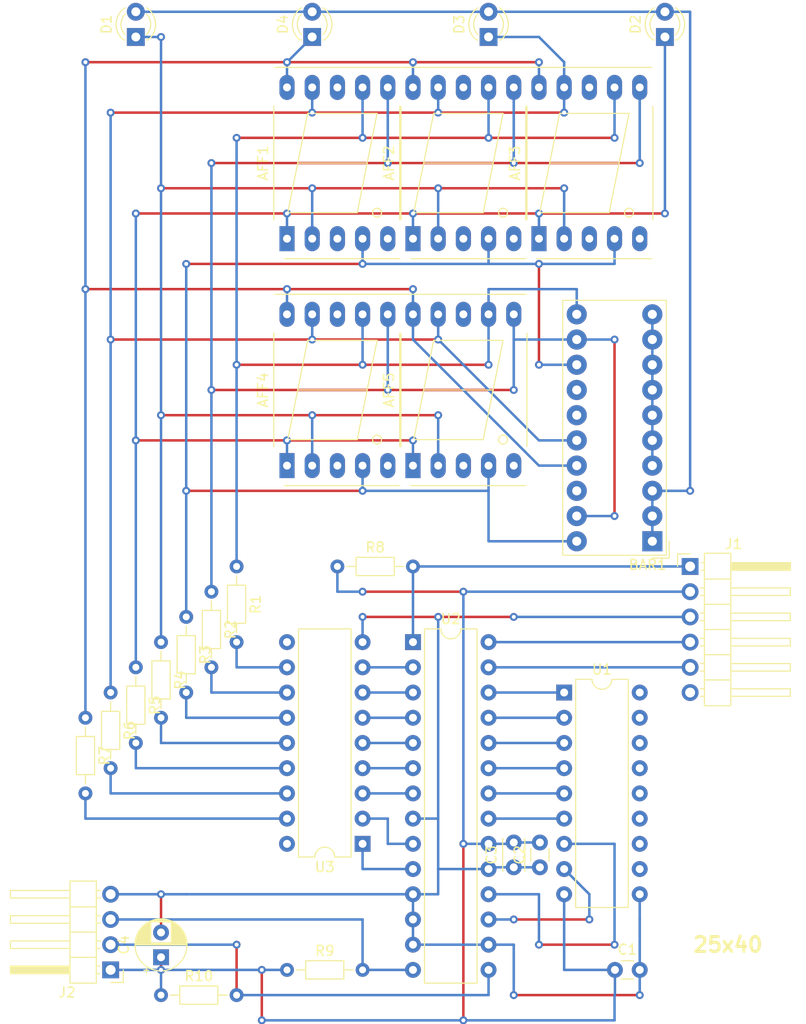
<source format=kicad_pcb>
(kicad_pcb (version 20171130) (host pcbnew 5.1.9-1.fc33)

  (general
    (thickness 1.6)
    (drawings 1)
    (tracks 311)
    (zones 0)
    (modules 29)
    (nets 45)
  )

  (page A4)
  (layers
    (0 F.Cu signal)
    (1 In1.Cu signal)
    (2 In2.Cu signal)
    (31 B.Cu signal)
    (32 B.Adhes user)
    (33 F.Adhes user)
    (34 B.Paste user)
    (35 F.Paste user)
    (36 B.SilkS user)
    (37 F.SilkS user)
    (38 B.Mask user)
    (39 F.Mask user)
    (40 Dwgs.User user)
    (41 Cmts.User user)
    (42 Eco1.User user)
    (43 Eco2.User user)
    (44 Edge.Cuts user)
    (45 Margin user)
    (46 B.CrtYd user)
    (47 F.CrtYd user)
    (48 B.Fab user)
    (49 F.Fab user)
  )

  (setup
    (last_trace_width 0.25)
    (trace_clearance 0.2)
    (zone_clearance 0.508)
    (zone_45_only no)
    (trace_min 0.2)
    (via_size 0.8)
    (via_drill 0.4)
    (via_min_size 0.4)
    (via_min_drill 0.3)
    (uvia_size 0.3)
    (uvia_drill 0.1)
    (uvias_allowed no)
    (uvia_min_size 0.2)
    (uvia_min_drill 0.1)
    (edge_width 0.05)
    (segment_width 0.2)
    (pcb_text_width 0.3)
    (pcb_text_size 1.5 1.5)
    (mod_edge_width 0.12)
    (mod_text_size 1 1)
    (mod_text_width 0.15)
    (pad_size 1.524 1.524)
    (pad_drill 0.762)
    (pad_to_mask_clearance 0)
    (aux_axis_origin 0 0)
    (grid_origin 114.3 43.18)
    (visible_elements FFFFFF7F)
    (pcbplotparams
      (layerselection 0x010fc_ffffffff)
      (usegerberextensions false)
      (usegerberattributes true)
      (usegerberadvancedattributes true)
      (creategerberjobfile true)
      (excludeedgelayer true)
      (linewidth 0.100000)
      (plotframeref false)
      (viasonmask false)
      (mode 1)
      (useauxorigin false)
      (hpglpennumber 1)
      (hpglpenspeed 20)
      (hpglpendiameter 15.000000)
      (psnegative false)
      (psa4output false)
      (plotreference true)
      (plotvalue true)
      (plotinvisibletext false)
      (padsonsilk false)
      (subtractmaskfromsilk false)
      (outputformat 1)
      (mirror false)
      (drillshape 1)
      (scaleselection 1)
      (outputdirectory ""))
  )

  (net 0 "")
  (net 1 /LED_S6)
  (net 2 /LED_S5)
  (net 3 /LED_D0)
  (net 4 /LED_S0)
  (net 5 /LED_S1)
  (net 6 /LED_S2)
  (net 7 /LED_S3)
  (net 8 /LED_S4)
  (net 9 /LED_D3)
  (net 10 /LED_D1)
  (net 11 /LED_D4)
  (net 12 /LED_D2)
  (net 13 /LED_D6)
  (net 14 /LED_D5)
  (net 15 VDD)
  (net 16 GND)
  (net 17 "Net-(J1-Pad1)")
  (net 18 "Net-(J1-Pad4)")
  (net 19 "Net-(J1-Pad5)")
  (net 20 "Net-(R1-Pad2)")
  (net 21 "Net-(R2-Pad2)")
  (net 22 "Net-(R3-Pad2)")
  (net 23 "Net-(R4-Pad2)")
  (net 24 "Net-(R5-Pad2)")
  (net 25 "Net-(R6-Pad2)")
  (net 26 "Net-(R7-Pad2)")
  (net 27 "Net-(U1-Pad1)")
  (net 28 "Net-(U1-Pad2)")
  (net 29 "Net-(U1-Pad3)")
  (net 30 "Net-(U1-Pad4)")
  (net 31 "Net-(U1-Pad5)")
  (net 32 "Net-(U1-Pad6)")
  (net 33 "Net-(U1-Pad7)")
  (net 34 "Net-(U1-Pad8)")
  (net 35 /SDA)
  (net 36 /SCL)
  (net 37 "Net-(U2-Pad2)")
  (net 38 "Net-(U2-Pad3)")
  (net 39 "Net-(U2-Pad4)")
  (net 40 "Net-(U2-Pad5)")
  (net 41 "Net-(U2-Pad6)")
  (net 42 "Net-(U2-Pad7)")
  (net 43 "Net-(U2-Pad9)")
  (net 44 "Net-(U2-Pad10)")

  (net_class Default "This is the default net class."
    (clearance 0.2)
    (trace_width 0.25)
    (via_dia 0.8)
    (via_drill 0.4)
    (uvia_dia 0.3)
    (uvia_drill 0.1)
    (add_net /LED_D0)
    (add_net /LED_D1)
    (add_net /LED_D2)
    (add_net /LED_D3)
    (add_net /LED_D4)
    (add_net /LED_D5)
    (add_net /LED_D6)
    (add_net /LED_S0)
    (add_net /LED_S1)
    (add_net /LED_S2)
    (add_net /LED_S3)
    (add_net /LED_S4)
    (add_net /LED_S5)
    (add_net /LED_S6)
    (add_net /SCL)
    (add_net /SDA)
    (add_net GND)
    (add_net "Net-(J1-Pad1)")
    (add_net "Net-(J1-Pad4)")
    (add_net "Net-(J1-Pad5)")
    (add_net "Net-(R1-Pad2)")
    (add_net "Net-(R2-Pad2)")
    (add_net "Net-(R3-Pad2)")
    (add_net "Net-(R4-Pad2)")
    (add_net "Net-(R5-Pad2)")
    (add_net "Net-(R6-Pad2)")
    (add_net "Net-(R7-Pad2)")
    (add_net "Net-(U1-Pad1)")
    (add_net "Net-(U1-Pad2)")
    (add_net "Net-(U1-Pad3)")
    (add_net "Net-(U1-Pad4)")
    (add_net "Net-(U1-Pad5)")
    (add_net "Net-(U1-Pad6)")
    (add_net "Net-(U1-Pad7)")
    (add_net "Net-(U1-Pad8)")
    (add_net "Net-(U2-Pad10)")
    (add_net "Net-(U2-Pad2)")
    (add_net "Net-(U2-Pad3)")
    (add_net "Net-(U2-Pad4)")
    (add_net "Net-(U2-Pad5)")
    (add_net "Net-(U2-Pad6)")
    (add_net "Net-(U2-Pad7)")
    (add_net "Net-(U2-Pad9)")
    (add_net VDD)
  )

  (module Connector_PinHeader_2.54mm:PinHeader_1x04_P2.54mm_Horizontal (layer F.Cu) (tedit 59FED5CB) (tstamp 602D93B1)
    (at 93.98 137.16 180)
    (descr "Through hole angled pin header, 1x04, 2.54mm pitch, 6mm pin length, single row")
    (tags "Through hole angled pin header THT 1x04 2.54mm single row")
    (path /607881ED)
    (fp_text reference J2 (at 4.385 -2.27) (layer F.SilkS)
      (effects (font (size 1 1) (thickness 0.15)))
    )
    (fp_text value Conn_01x04_Male (at 4.385 9.89) (layer F.Fab)
      (effects (font (size 1 1) (thickness 0.15)))
    )
    (fp_line (start 10.55 -1.8) (end -1.8 -1.8) (layer F.CrtYd) (width 0.05))
    (fp_line (start 10.55 9.4) (end 10.55 -1.8) (layer F.CrtYd) (width 0.05))
    (fp_line (start -1.8 9.4) (end 10.55 9.4) (layer F.CrtYd) (width 0.05))
    (fp_line (start -1.8 -1.8) (end -1.8 9.4) (layer F.CrtYd) (width 0.05))
    (fp_line (start -1.27 -1.27) (end 0 -1.27) (layer F.SilkS) (width 0.12))
    (fp_line (start -1.27 0) (end -1.27 -1.27) (layer F.SilkS) (width 0.12))
    (fp_line (start 1.042929 8) (end 1.44 8) (layer F.SilkS) (width 0.12))
    (fp_line (start 1.042929 7.24) (end 1.44 7.24) (layer F.SilkS) (width 0.12))
    (fp_line (start 10.1 8) (end 4.1 8) (layer F.SilkS) (width 0.12))
    (fp_line (start 10.1 7.24) (end 10.1 8) (layer F.SilkS) (width 0.12))
    (fp_line (start 4.1 7.24) (end 10.1 7.24) (layer F.SilkS) (width 0.12))
    (fp_line (start 1.44 6.35) (end 4.1 6.35) (layer F.SilkS) (width 0.12))
    (fp_line (start 1.042929 5.46) (end 1.44 5.46) (layer F.SilkS) (width 0.12))
    (fp_line (start 1.042929 4.7) (end 1.44 4.7) (layer F.SilkS) (width 0.12))
    (fp_line (start 10.1 5.46) (end 4.1 5.46) (layer F.SilkS) (width 0.12))
    (fp_line (start 10.1 4.7) (end 10.1 5.46) (layer F.SilkS) (width 0.12))
    (fp_line (start 4.1 4.7) (end 10.1 4.7) (layer F.SilkS) (width 0.12))
    (fp_line (start 1.44 3.81) (end 4.1 3.81) (layer F.SilkS) (width 0.12))
    (fp_line (start 1.042929 2.92) (end 1.44 2.92) (layer F.SilkS) (width 0.12))
    (fp_line (start 1.042929 2.16) (end 1.44 2.16) (layer F.SilkS) (width 0.12))
    (fp_line (start 10.1 2.92) (end 4.1 2.92) (layer F.SilkS) (width 0.12))
    (fp_line (start 10.1 2.16) (end 10.1 2.92) (layer F.SilkS) (width 0.12))
    (fp_line (start 4.1 2.16) (end 10.1 2.16) (layer F.SilkS) (width 0.12))
    (fp_line (start 1.44 1.27) (end 4.1 1.27) (layer F.SilkS) (width 0.12))
    (fp_line (start 1.11 0.38) (end 1.44 0.38) (layer F.SilkS) (width 0.12))
    (fp_line (start 1.11 -0.38) (end 1.44 -0.38) (layer F.SilkS) (width 0.12))
    (fp_line (start 4.1 0.28) (end 10.1 0.28) (layer F.SilkS) (width 0.12))
    (fp_line (start 4.1 0.16) (end 10.1 0.16) (layer F.SilkS) (width 0.12))
    (fp_line (start 4.1 0.04) (end 10.1 0.04) (layer F.SilkS) (width 0.12))
    (fp_line (start 4.1 -0.08) (end 10.1 -0.08) (layer F.SilkS) (width 0.12))
    (fp_line (start 4.1 -0.2) (end 10.1 -0.2) (layer F.SilkS) (width 0.12))
    (fp_line (start 4.1 -0.32) (end 10.1 -0.32) (layer F.SilkS) (width 0.12))
    (fp_line (start 10.1 0.38) (end 4.1 0.38) (layer F.SilkS) (width 0.12))
    (fp_line (start 10.1 -0.38) (end 10.1 0.38) (layer F.SilkS) (width 0.12))
    (fp_line (start 4.1 -0.38) (end 10.1 -0.38) (layer F.SilkS) (width 0.12))
    (fp_line (start 4.1 -1.33) (end 1.44 -1.33) (layer F.SilkS) (width 0.12))
    (fp_line (start 4.1 8.95) (end 4.1 -1.33) (layer F.SilkS) (width 0.12))
    (fp_line (start 1.44 8.95) (end 4.1 8.95) (layer F.SilkS) (width 0.12))
    (fp_line (start 1.44 -1.33) (end 1.44 8.95) (layer F.SilkS) (width 0.12))
    (fp_line (start 4.04 7.94) (end 10.04 7.94) (layer F.Fab) (width 0.1))
    (fp_line (start 10.04 7.3) (end 10.04 7.94) (layer F.Fab) (width 0.1))
    (fp_line (start 4.04 7.3) (end 10.04 7.3) (layer F.Fab) (width 0.1))
    (fp_line (start -0.32 7.94) (end 1.5 7.94) (layer F.Fab) (width 0.1))
    (fp_line (start -0.32 7.3) (end -0.32 7.94) (layer F.Fab) (width 0.1))
    (fp_line (start -0.32 7.3) (end 1.5 7.3) (layer F.Fab) (width 0.1))
    (fp_line (start 4.04 5.4) (end 10.04 5.4) (layer F.Fab) (width 0.1))
    (fp_line (start 10.04 4.76) (end 10.04 5.4) (layer F.Fab) (width 0.1))
    (fp_line (start 4.04 4.76) (end 10.04 4.76) (layer F.Fab) (width 0.1))
    (fp_line (start -0.32 5.4) (end 1.5 5.4) (layer F.Fab) (width 0.1))
    (fp_line (start -0.32 4.76) (end -0.32 5.4) (layer F.Fab) (width 0.1))
    (fp_line (start -0.32 4.76) (end 1.5 4.76) (layer F.Fab) (width 0.1))
    (fp_line (start 4.04 2.86) (end 10.04 2.86) (layer F.Fab) (width 0.1))
    (fp_line (start 10.04 2.22) (end 10.04 2.86) (layer F.Fab) (width 0.1))
    (fp_line (start 4.04 2.22) (end 10.04 2.22) (layer F.Fab) (width 0.1))
    (fp_line (start -0.32 2.86) (end 1.5 2.86) (layer F.Fab) (width 0.1))
    (fp_line (start -0.32 2.22) (end -0.32 2.86) (layer F.Fab) (width 0.1))
    (fp_line (start -0.32 2.22) (end 1.5 2.22) (layer F.Fab) (width 0.1))
    (fp_line (start 4.04 0.32) (end 10.04 0.32) (layer F.Fab) (width 0.1))
    (fp_line (start 10.04 -0.32) (end 10.04 0.32) (layer F.Fab) (width 0.1))
    (fp_line (start 4.04 -0.32) (end 10.04 -0.32) (layer F.Fab) (width 0.1))
    (fp_line (start -0.32 0.32) (end 1.5 0.32) (layer F.Fab) (width 0.1))
    (fp_line (start -0.32 -0.32) (end -0.32 0.32) (layer F.Fab) (width 0.1))
    (fp_line (start -0.32 -0.32) (end 1.5 -0.32) (layer F.Fab) (width 0.1))
    (fp_line (start 1.5 -0.635) (end 2.135 -1.27) (layer F.Fab) (width 0.1))
    (fp_line (start 1.5 8.89) (end 1.5 -0.635) (layer F.Fab) (width 0.1))
    (fp_line (start 4.04 8.89) (end 1.5 8.89) (layer F.Fab) (width 0.1))
    (fp_line (start 4.04 -1.27) (end 4.04 8.89) (layer F.Fab) (width 0.1))
    (fp_line (start 2.135 -1.27) (end 4.04 -1.27) (layer F.Fab) (width 0.1))
    (fp_text user %R (at 2.77 3.81 90) (layer F.Fab)
      (effects (font (size 1 1) (thickness 0.15)))
    )
    (pad 4 thru_hole oval (at 0 7.62 180) (size 1.7 1.7) (drill 1) (layers *.Cu *.Mask)
      (net 16 GND))
    (pad 3 thru_hole oval (at 0 5.08 180) (size 1.7 1.7) (drill 1) (layers *.Cu *.Mask)
      (net 36 /SCL))
    (pad 2 thru_hole oval (at 0 2.54 180) (size 1.7 1.7) (drill 1) (layers *.Cu *.Mask)
      (net 35 /SDA))
    (pad 1 thru_hole rect (at 0 0 180) (size 1.7 1.7) (drill 1) (layers *.Cu *.Mask)
      (net 15 VDD))
    (model ${KISYS3DMOD}/Connector_PinHeader_2.54mm.3dshapes/PinHeader_1x04_P2.54mm_Horizontal.wrl
      (at (xyz 0 0 0))
      (scale (xyz 1 1 1))
      (rotate (xyz 0 0 0))
    )
  )

  (module Capacitor_THT:CP_Radial_D5.0mm_P2.50mm (layer F.Cu) (tedit 5AE50EF0) (tstamp 602D8A38)
    (at 99.06 135.89 90)
    (descr "CP, Radial series, Radial, pin pitch=2.50mm, , diameter=5mm, Electrolytic Capacitor")
    (tags "CP Radial series Radial pin pitch 2.50mm  diameter 5mm Electrolytic Capacitor")
    (path /608EC962)
    (fp_text reference C4 (at 1.25 -3.75 90) (layer F.SilkS)
      (effects (font (size 1 1) (thickness 0.15)))
    )
    (fp_text value 10u (at 1.25 3.75 90) (layer F.Fab)
      (effects (font (size 1 1) (thickness 0.15)))
    )
    (fp_line (start -1.304775 -1.725) (end -1.304775 -1.225) (layer F.SilkS) (width 0.12))
    (fp_line (start -1.554775 -1.475) (end -1.054775 -1.475) (layer F.SilkS) (width 0.12))
    (fp_line (start 3.851 -0.284) (end 3.851 0.284) (layer F.SilkS) (width 0.12))
    (fp_line (start 3.811 -0.518) (end 3.811 0.518) (layer F.SilkS) (width 0.12))
    (fp_line (start 3.771 -0.677) (end 3.771 0.677) (layer F.SilkS) (width 0.12))
    (fp_line (start 3.731 -0.805) (end 3.731 0.805) (layer F.SilkS) (width 0.12))
    (fp_line (start 3.691 -0.915) (end 3.691 0.915) (layer F.SilkS) (width 0.12))
    (fp_line (start 3.651 -1.011) (end 3.651 1.011) (layer F.SilkS) (width 0.12))
    (fp_line (start 3.611 -1.098) (end 3.611 1.098) (layer F.SilkS) (width 0.12))
    (fp_line (start 3.571 -1.178) (end 3.571 1.178) (layer F.SilkS) (width 0.12))
    (fp_line (start 3.531 1.04) (end 3.531 1.251) (layer F.SilkS) (width 0.12))
    (fp_line (start 3.531 -1.251) (end 3.531 -1.04) (layer F.SilkS) (width 0.12))
    (fp_line (start 3.491 1.04) (end 3.491 1.319) (layer F.SilkS) (width 0.12))
    (fp_line (start 3.491 -1.319) (end 3.491 -1.04) (layer F.SilkS) (width 0.12))
    (fp_line (start 3.451 1.04) (end 3.451 1.383) (layer F.SilkS) (width 0.12))
    (fp_line (start 3.451 -1.383) (end 3.451 -1.04) (layer F.SilkS) (width 0.12))
    (fp_line (start 3.411 1.04) (end 3.411 1.443) (layer F.SilkS) (width 0.12))
    (fp_line (start 3.411 -1.443) (end 3.411 -1.04) (layer F.SilkS) (width 0.12))
    (fp_line (start 3.371 1.04) (end 3.371 1.5) (layer F.SilkS) (width 0.12))
    (fp_line (start 3.371 -1.5) (end 3.371 -1.04) (layer F.SilkS) (width 0.12))
    (fp_line (start 3.331 1.04) (end 3.331 1.554) (layer F.SilkS) (width 0.12))
    (fp_line (start 3.331 -1.554) (end 3.331 -1.04) (layer F.SilkS) (width 0.12))
    (fp_line (start 3.291 1.04) (end 3.291 1.605) (layer F.SilkS) (width 0.12))
    (fp_line (start 3.291 -1.605) (end 3.291 -1.04) (layer F.SilkS) (width 0.12))
    (fp_line (start 3.251 1.04) (end 3.251 1.653) (layer F.SilkS) (width 0.12))
    (fp_line (start 3.251 -1.653) (end 3.251 -1.04) (layer F.SilkS) (width 0.12))
    (fp_line (start 3.211 1.04) (end 3.211 1.699) (layer F.SilkS) (width 0.12))
    (fp_line (start 3.211 -1.699) (end 3.211 -1.04) (layer F.SilkS) (width 0.12))
    (fp_line (start 3.171 1.04) (end 3.171 1.743) (layer F.SilkS) (width 0.12))
    (fp_line (start 3.171 -1.743) (end 3.171 -1.04) (layer F.SilkS) (width 0.12))
    (fp_line (start 3.131 1.04) (end 3.131 1.785) (layer F.SilkS) (width 0.12))
    (fp_line (start 3.131 -1.785) (end 3.131 -1.04) (layer F.SilkS) (width 0.12))
    (fp_line (start 3.091 1.04) (end 3.091 1.826) (layer F.SilkS) (width 0.12))
    (fp_line (start 3.091 -1.826) (end 3.091 -1.04) (layer F.SilkS) (width 0.12))
    (fp_line (start 3.051 1.04) (end 3.051 1.864) (layer F.SilkS) (width 0.12))
    (fp_line (start 3.051 -1.864) (end 3.051 -1.04) (layer F.SilkS) (width 0.12))
    (fp_line (start 3.011 1.04) (end 3.011 1.901) (layer F.SilkS) (width 0.12))
    (fp_line (start 3.011 -1.901) (end 3.011 -1.04) (layer F.SilkS) (width 0.12))
    (fp_line (start 2.971 1.04) (end 2.971 1.937) (layer F.SilkS) (width 0.12))
    (fp_line (start 2.971 -1.937) (end 2.971 -1.04) (layer F.SilkS) (width 0.12))
    (fp_line (start 2.931 1.04) (end 2.931 1.971) (layer F.SilkS) (width 0.12))
    (fp_line (start 2.931 -1.971) (end 2.931 -1.04) (layer F.SilkS) (width 0.12))
    (fp_line (start 2.891 1.04) (end 2.891 2.004) (layer F.SilkS) (width 0.12))
    (fp_line (start 2.891 -2.004) (end 2.891 -1.04) (layer F.SilkS) (width 0.12))
    (fp_line (start 2.851 1.04) (end 2.851 2.035) (layer F.SilkS) (width 0.12))
    (fp_line (start 2.851 -2.035) (end 2.851 -1.04) (layer F.SilkS) (width 0.12))
    (fp_line (start 2.811 1.04) (end 2.811 2.065) (layer F.SilkS) (width 0.12))
    (fp_line (start 2.811 -2.065) (end 2.811 -1.04) (layer F.SilkS) (width 0.12))
    (fp_line (start 2.771 1.04) (end 2.771 2.095) (layer F.SilkS) (width 0.12))
    (fp_line (start 2.771 -2.095) (end 2.771 -1.04) (layer F.SilkS) (width 0.12))
    (fp_line (start 2.731 1.04) (end 2.731 2.122) (layer F.SilkS) (width 0.12))
    (fp_line (start 2.731 -2.122) (end 2.731 -1.04) (layer F.SilkS) (width 0.12))
    (fp_line (start 2.691 1.04) (end 2.691 2.149) (layer F.SilkS) (width 0.12))
    (fp_line (start 2.691 -2.149) (end 2.691 -1.04) (layer F.SilkS) (width 0.12))
    (fp_line (start 2.651 1.04) (end 2.651 2.175) (layer F.SilkS) (width 0.12))
    (fp_line (start 2.651 -2.175) (end 2.651 -1.04) (layer F.SilkS) (width 0.12))
    (fp_line (start 2.611 1.04) (end 2.611 2.2) (layer F.SilkS) (width 0.12))
    (fp_line (start 2.611 -2.2) (end 2.611 -1.04) (layer F.SilkS) (width 0.12))
    (fp_line (start 2.571 1.04) (end 2.571 2.224) (layer F.SilkS) (width 0.12))
    (fp_line (start 2.571 -2.224) (end 2.571 -1.04) (layer F.SilkS) (width 0.12))
    (fp_line (start 2.531 1.04) (end 2.531 2.247) (layer F.SilkS) (width 0.12))
    (fp_line (start 2.531 -2.247) (end 2.531 -1.04) (layer F.SilkS) (width 0.12))
    (fp_line (start 2.491 1.04) (end 2.491 2.268) (layer F.SilkS) (width 0.12))
    (fp_line (start 2.491 -2.268) (end 2.491 -1.04) (layer F.SilkS) (width 0.12))
    (fp_line (start 2.451 1.04) (end 2.451 2.29) (layer F.SilkS) (width 0.12))
    (fp_line (start 2.451 -2.29) (end 2.451 -1.04) (layer F.SilkS) (width 0.12))
    (fp_line (start 2.411 1.04) (end 2.411 2.31) (layer F.SilkS) (width 0.12))
    (fp_line (start 2.411 -2.31) (end 2.411 -1.04) (layer F.SilkS) (width 0.12))
    (fp_line (start 2.371 1.04) (end 2.371 2.329) (layer F.SilkS) (width 0.12))
    (fp_line (start 2.371 -2.329) (end 2.371 -1.04) (layer F.SilkS) (width 0.12))
    (fp_line (start 2.331 1.04) (end 2.331 2.348) (layer F.SilkS) (width 0.12))
    (fp_line (start 2.331 -2.348) (end 2.331 -1.04) (layer F.SilkS) (width 0.12))
    (fp_line (start 2.291 1.04) (end 2.291 2.365) (layer F.SilkS) (width 0.12))
    (fp_line (start 2.291 -2.365) (end 2.291 -1.04) (layer F.SilkS) (width 0.12))
    (fp_line (start 2.251 1.04) (end 2.251 2.382) (layer F.SilkS) (width 0.12))
    (fp_line (start 2.251 -2.382) (end 2.251 -1.04) (layer F.SilkS) (width 0.12))
    (fp_line (start 2.211 1.04) (end 2.211 2.398) (layer F.SilkS) (width 0.12))
    (fp_line (start 2.211 -2.398) (end 2.211 -1.04) (layer F.SilkS) (width 0.12))
    (fp_line (start 2.171 1.04) (end 2.171 2.414) (layer F.SilkS) (width 0.12))
    (fp_line (start 2.171 -2.414) (end 2.171 -1.04) (layer F.SilkS) (width 0.12))
    (fp_line (start 2.131 1.04) (end 2.131 2.428) (layer F.SilkS) (width 0.12))
    (fp_line (start 2.131 -2.428) (end 2.131 -1.04) (layer F.SilkS) (width 0.12))
    (fp_line (start 2.091 1.04) (end 2.091 2.442) (layer F.SilkS) (width 0.12))
    (fp_line (start 2.091 -2.442) (end 2.091 -1.04) (layer F.SilkS) (width 0.12))
    (fp_line (start 2.051 1.04) (end 2.051 2.455) (layer F.SilkS) (width 0.12))
    (fp_line (start 2.051 -2.455) (end 2.051 -1.04) (layer F.SilkS) (width 0.12))
    (fp_line (start 2.011 1.04) (end 2.011 2.468) (layer F.SilkS) (width 0.12))
    (fp_line (start 2.011 -2.468) (end 2.011 -1.04) (layer F.SilkS) (width 0.12))
    (fp_line (start 1.971 1.04) (end 1.971 2.48) (layer F.SilkS) (width 0.12))
    (fp_line (start 1.971 -2.48) (end 1.971 -1.04) (layer F.SilkS) (width 0.12))
    (fp_line (start 1.93 1.04) (end 1.93 2.491) (layer F.SilkS) (width 0.12))
    (fp_line (start 1.93 -2.491) (end 1.93 -1.04) (layer F.SilkS) (width 0.12))
    (fp_line (start 1.89 1.04) (end 1.89 2.501) (layer F.SilkS) (width 0.12))
    (fp_line (start 1.89 -2.501) (end 1.89 -1.04) (layer F.SilkS) (width 0.12))
    (fp_line (start 1.85 1.04) (end 1.85 2.511) (layer F.SilkS) (width 0.12))
    (fp_line (start 1.85 -2.511) (end 1.85 -1.04) (layer F.SilkS) (width 0.12))
    (fp_line (start 1.81 1.04) (end 1.81 2.52) (layer F.SilkS) (width 0.12))
    (fp_line (start 1.81 -2.52) (end 1.81 -1.04) (layer F.SilkS) (width 0.12))
    (fp_line (start 1.77 1.04) (end 1.77 2.528) (layer F.SilkS) (width 0.12))
    (fp_line (start 1.77 -2.528) (end 1.77 -1.04) (layer F.SilkS) (width 0.12))
    (fp_line (start 1.73 1.04) (end 1.73 2.536) (layer F.SilkS) (width 0.12))
    (fp_line (start 1.73 -2.536) (end 1.73 -1.04) (layer F.SilkS) (width 0.12))
    (fp_line (start 1.69 1.04) (end 1.69 2.543) (layer F.SilkS) (width 0.12))
    (fp_line (start 1.69 -2.543) (end 1.69 -1.04) (layer F.SilkS) (width 0.12))
    (fp_line (start 1.65 1.04) (end 1.65 2.55) (layer F.SilkS) (width 0.12))
    (fp_line (start 1.65 -2.55) (end 1.65 -1.04) (layer F.SilkS) (width 0.12))
    (fp_line (start 1.61 1.04) (end 1.61 2.556) (layer F.SilkS) (width 0.12))
    (fp_line (start 1.61 -2.556) (end 1.61 -1.04) (layer F.SilkS) (width 0.12))
    (fp_line (start 1.57 1.04) (end 1.57 2.561) (layer F.SilkS) (width 0.12))
    (fp_line (start 1.57 -2.561) (end 1.57 -1.04) (layer F.SilkS) (width 0.12))
    (fp_line (start 1.53 1.04) (end 1.53 2.565) (layer F.SilkS) (width 0.12))
    (fp_line (start 1.53 -2.565) (end 1.53 -1.04) (layer F.SilkS) (width 0.12))
    (fp_line (start 1.49 1.04) (end 1.49 2.569) (layer F.SilkS) (width 0.12))
    (fp_line (start 1.49 -2.569) (end 1.49 -1.04) (layer F.SilkS) (width 0.12))
    (fp_line (start 1.45 -2.573) (end 1.45 2.573) (layer F.SilkS) (width 0.12))
    (fp_line (start 1.41 -2.576) (end 1.41 2.576) (layer F.SilkS) (width 0.12))
    (fp_line (start 1.37 -2.578) (end 1.37 2.578) (layer F.SilkS) (width 0.12))
    (fp_line (start 1.33 -2.579) (end 1.33 2.579) (layer F.SilkS) (width 0.12))
    (fp_line (start 1.29 -2.58) (end 1.29 2.58) (layer F.SilkS) (width 0.12))
    (fp_line (start 1.25 -2.58) (end 1.25 2.58) (layer F.SilkS) (width 0.12))
    (fp_line (start -0.633605 -1.3375) (end -0.633605 -0.8375) (layer F.Fab) (width 0.1))
    (fp_line (start -0.883605 -1.0875) (end -0.383605 -1.0875) (layer F.Fab) (width 0.1))
    (fp_circle (center 1.25 0) (end 4 0) (layer F.CrtYd) (width 0.05))
    (fp_circle (center 1.25 0) (end 3.87 0) (layer F.SilkS) (width 0.12))
    (fp_circle (center 1.25 0) (end 3.75 0) (layer F.Fab) (width 0.1))
    (fp_text user %R (at 1.25 0 90) (layer F.Fab)
      (effects (font (size 1 1) (thickness 0.15)))
    )
    (pad 2 thru_hole circle (at 2.5 0 90) (size 1.6 1.6) (drill 0.8) (layers *.Cu *.Mask)
      (net 16 GND))
    (pad 1 thru_hole rect (at 0 0 90) (size 1.6 1.6) (drill 0.8) (layers *.Cu *.Mask)
      (net 15 VDD))
    (model ${KISYS3DMOD}/Capacitor_THT.3dshapes/CP_Radial_D5.0mm_P2.50mm.wrl
      (at (xyz 0 0 0))
      (scale (xyz 1 1 1))
      (rotate (xyz 0 0 0))
    )
  )

  (module LED_THT:LED_D3.0mm (layer F.Cu) (tedit 587A3A7B) (tstamp 602E2177)
    (at 96.52 43.18 90)
    (descr "LED, diameter 3.0mm, 2 pins")
    (tags "LED diameter 3.0mm 2 pins")
    (path /60331377)
    (fp_text reference D1 (at 1.27 -2.96 90) (layer F.SilkS)
      (effects (font (size 1 1) (thickness 0.15)))
    )
    (fp_text value LED (at 1.27 2.96 90) (layer F.Fab)
      (effects (font (size 1 1) (thickness 0.15)))
    )
    (fp_circle (center 1.27 0) (end 2.77 0) (layer F.Fab) (width 0.1))
    (fp_line (start -0.23 -1.16619) (end -0.23 1.16619) (layer F.Fab) (width 0.1))
    (fp_line (start -0.29 -1.236) (end -0.29 -1.08) (layer F.SilkS) (width 0.12))
    (fp_line (start -0.29 1.08) (end -0.29 1.236) (layer F.SilkS) (width 0.12))
    (fp_line (start -1.15 -2.25) (end -1.15 2.25) (layer F.CrtYd) (width 0.05))
    (fp_line (start -1.15 2.25) (end 3.7 2.25) (layer F.CrtYd) (width 0.05))
    (fp_line (start 3.7 2.25) (end 3.7 -2.25) (layer F.CrtYd) (width 0.05))
    (fp_line (start 3.7 -2.25) (end -1.15 -2.25) (layer F.CrtYd) (width 0.05))
    (fp_arc (start 1.27 0) (end -0.23 -1.16619) (angle 284.3) (layer F.Fab) (width 0.1))
    (fp_arc (start 1.27 0) (end -0.29 -1.235516) (angle 108.8) (layer F.SilkS) (width 0.12))
    (fp_arc (start 1.27 0) (end -0.29 1.235516) (angle -108.8) (layer F.SilkS) (width 0.12))
    (fp_arc (start 1.27 0) (end 0.229039 -1.08) (angle 87.9) (layer F.SilkS) (width 0.12))
    (fp_arc (start 1.27 0) (end 0.229039 1.08) (angle -87.9) (layer F.SilkS) (width 0.12))
    (pad 1 thru_hole rect (at 0 0 90) (size 1.8 1.8) (drill 0.9) (layers *.Cu *.Mask)
      (net 7 /LED_S3))
    (pad 2 thru_hole circle (at 2.54 0 90) (size 1.8 1.8) (drill 0.9) (layers *.Cu *.Mask)
      (net 13 /LED_D6))
    (model ${KISYS3DMOD}/LED_THT.3dshapes/LED_D3.0mm.wrl
      (at (xyz 0 0 0))
      (scale (xyz 1 1 1))
      (rotate (xyz 0 0 0))
    )
  )

  (module Connector_PinHeader_2.54mm:PinHeader_1x06_P2.54mm_Horizontal (layer F.Cu) (tedit 59FED5CB) (tstamp 602E21CA)
    (at 152.4 96.52)
    (descr "Through hole angled pin header, 1x06, 2.54mm pitch, 6mm pin length, single row")
    (tags "Through hole angled pin header THT 1x06 2.54mm single row")
    (path /60309286)
    (fp_text reference J1 (at 4.385 -2.27) (layer F.SilkS)
      (effects (font (size 1 1) (thickness 0.15)))
    )
    (fp_text value Conn_PIC_ICSP_ICD (at 4.385 14.97) (layer F.Fab)
      (effects (font (size 1 1) (thickness 0.15)))
    )
    (fp_line (start 10.55 -1.8) (end -1.8 -1.8) (layer F.CrtYd) (width 0.05))
    (fp_line (start 10.55 14.5) (end 10.55 -1.8) (layer F.CrtYd) (width 0.05))
    (fp_line (start -1.8 14.5) (end 10.55 14.5) (layer F.CrtYd) (width 0.05))
    (fp_line (start -1.8 -1.8) (end -1.8 14.5) (layer F.CrtYd) (width 0.05))
    (fp_line (start -1.27 -1.27) (end 0 -1.27) (layer F.SilkS) (width 0.12))
    (fp_line (start -1.27 0) (end -1.27 -1.27) (layer F.SilkS) (width 0.12))
    (fp_line (start 1.042929 13.08) (end 1.44 13.08) (layer F.SilkS) (width 0.12))
    (fp_line (start 1.042929 12.32) (end 1.44 12.32) (layer F.SilkS) (width 0.12))
    (fp_line (start 10.1 13.08) (end 4.1 13.08) (layer F.SilkS) (width 0.12))
    (fp_line (start 10.1 12.32) (end 10.1 13.08) (layer F.SilkS) (width 0.12))
    (fp_line (start 4.1 12.32) (end 10.1 12.32) (layer F.SilkS) (width 0.12))
    (fp_line (start 1.44 11.43) (end 4.1 11.43) (layer F.SilkS) (width 0.12))
    (fp_line (start 1.042929 10.54) (end 1.44 10.54) (layer F.SilkS) (width 0.12))
    (fp_line (start 1.042929 9.78) (end 1.44 9.78) (layer F.SilkS) (width 0.12))
    (fp_line (start 10.1 10.54) (end 4.1 10.54) (layer F.SilkS) (width 0.12))
    (fp_line (start 10.1 9.78) (end 10.1 10.54) (layer F.SilkS) (width 0.12))
    (fp_line (start 4.1 9.78) (end 10.1 9.78) (layer F.SilkS) (width 0.12))
    (fp_line (start 1.44 8.89) (end 4.1 8.89) (layer F.SilkS) (width 0.12))
    (fp_line (start 1.042929 8) (end 1.44 8) (layer F.SilkS) (width 0.12))
    (fp_line (start 1.042929 7.24) (end 1.44 7.24) (layer F.SilkS) (width 0.12))
    (fp_line (start 10.1 8) (end 4.1 8) (layer F.SilkS) (width 0.12))
    (fp_line (start 10.1 7.24) (end 10.1 8) (layer F.SilkS) (width 0.12))
    (fp_line (start 4.1 7.24) (end 10.1 7.24) (layer F.SilkS) (width 0.12))
    (fp_line (start 1.44 6.35) (end 4.1 6.35) (layer F.SilkS) (width 0.12))
    (fp_line (start 1.042929 5.46) (end 1.44 5.46) (layer F.SilkS) (width 0.12))
    (fp_line (start 1.042929 4.7) (end 1.44 4.7) (layer F.SilkS) (width 0.12))
    (fp_line (start 10.1 5.46) (end 4.1 5.46) (layer F.SilkS) (width 0.12))
    (fp_line (start 10.1 4.7) (end 10.1 5.46) (layer F.SilkS) (width 0.12))
    (fp_line (start 4.1 4.7) (end 10.1 4.7) (layer F.SilkS) (width 0.12))
    (fp_line (start 1.44 3.81) (end 4.1 3.81) (layer F.SilkS) (width 0.12))
    (fp_line (start 1.042929 2.92) (end 1.44 2.92) (layer F.SilkS) (width 0.12))
    (fp_line (start 1.042929 2.16) (end 1.44 2.16) (layer F.SilkS) (width 0.12))
    (fp_line (start 10.1 2.92) (end 4.1 2.92) (layer F.SilkS) (width 0.12))
    (fp_line (start 10.1 2.16) (end 10.1 2.92) (layer F.SilkS) (width 0.12))
    (fp_line (start 4.1 2.16) (end 10.1 2.16) (layer F.SilkS) (width 0.12))
    (fp_line (start 1.44 1.27) (end 4.1 1.27) (layer F.SilkS) (width 0.12))
    (fp_line (start 1.11 0.38) (end 1.44 0.38) (layer F.SilkS) (width 0.12))
    (fp_line (start 1.11 -0.38) (end 1.44 -0.38) (layer F.SilkS) (width 0.12))
    (fp_line (start 4.1 0.28) (end 10.1 0.28) (layer F.SilkS) (width 0.12))
    (fp_line (start 4.1 0.16) (end 10.1 0.16) (layer F.SilkS) (width 0.12))
    (fp_line (start 4.1 0.04) (end 10.1 0.04) (layer F.SilkS) (width 0.12))
    (fp_line (start 4.1 -0.08) (end 10.1 -0.08) (layer F.SilkS) (width 0.12))
    (fp_line (start 4.1 -0.2) (end 10.1 -0.2) (layer F.SilkS) (width 0.12))
    (fp_line (start 4.1 -0.32) (end 10.1 -0.32) (layer F.SilkS) (width 0.12))
    (fp_line (start 10.1 0.38) (end 4.1 0.38) (layer F.SilkS) (width 0.12))
    (fp_line (start 10.1 -0.38) (end 10.1 0.38) (layer F.SilkS) (width 0.12))
    (fp_line (start 4.1 -0.38) (end 10.1 -0.38) (layer F.SilkS) (width 0.12))
    (fp_line (start 4.1 -1.33) (end 1.44 -1.33) (layer F.SilkS) (width 0.12))
    (fp_line (start 4.1 14.03) (end 4.1 -1.33) (layer F.SilkS) (width 0.12))
    (fp_line (start 1.44 14.03) (end 4.1 14.03) (layer F.SilkS) (width 0.12))
    (fp_line (start 1.44 -1.33) (end 1.44 14.03) (layer F.SilkS) (width 0.12))
    (fp_line (start 4.04 13.02) (end 10.04 13.02) (layer F.Fab) (width 0.1))
    (fp_line (start 10.04 12.38) (end 10.04 13.02) (layer F.Fab) (width 0.1))
    (fp_line (start 4.04 12.38) (end 10.04 12.38) (layer F.Fab) (width 0.1))
    (fp_line (start -0.32 13.02) (end 1.5 13.02) (layer F.Fab) (width 0.1))
    (fp_line (start -0.32 12.38) (end -0.32 13.02) (layer F.Fab) (width 0.1))
    (fp_line (start -0.32 12.38) (end 1.5 12.38) (layer F.Fab) (width 0.1))
    (fp_line (start 4.04 10.48) (end 10.04 10.48) (layer F.Fab) (width 0.1))
    (fp_line (start 10.04 9.84) (end 10.04 10.48) (layer F.Fab) (width 0.1))
    (fp_line (start 4.04 9.84) (end 10.04 9.84) (layer F.Fab) (width 0.1))
    (fp_line (start -0.32 10.48) (end 1.5 10.48) (layer F.Fab) (width 0.1))
    (fp_line (start -0.32 9.84) (end -0.32 10.48) (layer F.Fab) (width 0.1))
    (fp_line (start -0.32 9.84) (end 1.5 9.84) (layer F.Fab) (width 0.1))
    (fp_line (start 4.04 7.94) (end 10.04 7.94) (layer F.Fab) (width 0.1))
    (fp_line (start 10.04 7.3) (end 10.04 7.94) (layer F.Fab) (width 0.1))
    (fp_line (start 4.04 7.3) (end 10.04 7.3) (layer F.Fab) (width 0.1))
    (fp_line (start -0.32 7.94) (end 1.5 7.94) (layer F.Fab) (width 0.1))
    (fp_line (start -0.32 7.3) (end -0.32 7.94) (layer F.Fab) (width 0.1))
    (fp_line (start -0.32 7.3) (end 1.5 7.3) (layer F.Fab) (width 0.1))
    (fp_line (start 4.04 5.4) (end 10.04 5.4) (layer F.Fab) (width 0.1))
    (fp_line (start 10.04 4.76) (end 10.04 5.4) (layer F.Fab) (width 0.1))
    (fp_line (start 4.04 4.76) (end 10.04 4.76) (layer F.Fab) (width 0.1))
    (fp_line (start -0.32 5.4) (end 1.5 5.4) (layer F.Fab) (width 0.1))
    (fp_line (start -0.32 4.76) (end -0.32 5.4) (layer F.Fab) (width 0.1))
    (fp_line (start -0.32 4.76) (end 1.5 4.76) (layer F.Fab) (width 0.1))
    (fp_line (start 4.04 2.86) (end 10.04 2.86) (layer F.Fab) (width 0.1))
    (fp_line (start 10.04 2.22) (end 10.04 2.86) (layer F.Fab) (width 0.1))
    (fp_line (start 4.04 2.22) (end 10.04 2.22) (layer F.Fab) (width 0.1))
    (fp_line (start -0.32 2.86) (end 1.5 2.86) (layer F.Fab) (width 0.1))
    (fp_line (start -0.32 2.22) (end -0.32 2.86) (layer F.Fab) (width 0.1))
    (fp_line (start -0.32 2.22) (end 1.5 2.22) (layer F.Fab) (width 0.1))
    (fp_line (start 4.04 0.32) (end 10.04 0.32) (layer F.Fab) (width 0.1))
    (fp_line (start 10.04 -0.32) (end 10.04 0.32) (layer F.Fab) (width 0.1))
    (fp_line (start 4.04 -0.32) (end 10.04 -0.32) (layer F.Fab) (width 0.1))
    (fp_line (start -0.32 0.32) (end 1.5 0.32) (layer F.Fab) (width 0.1))
    (fp_line (start -0.32 -0.32) (end -0.32 0.32) (layer F.Fab) (width 0.1))
    (fp_line (start -0.32 -0.32) (end 1.5 -0.32) (layer F.Fab) (width 0.1))
    (fp_line (start 1.5 -0.635) (end 2.135 -1.27) (layer F.Fab) (width 0.1))
    (fp_line (start 1.5 13.97) (end 1.5 -0.635) (layer F.Fab) (width 0.1))
    (fp_line (start 4.04 13.97) (end 1.5 13.97) (layer F.Fab) (width 0.1))
    (fp_line (start 4.04 -1.27) (end 4.04 13.97) (layer F.Fab) (width 0.1))
    (fp_line (start 2.135 -1.27) (end 4.04 -1.27) (layer F.Fab) (width 0.1))
    (fp_text user %R (at 2.77 6.35 90) (layer F.Fab)
      (effects (font (size 1 1) (thickness 0.15)))
    )
    (pad 1 thru_hole rect (at 0 0) (size 1.7 1.7) (drill 1) (layers *.Cu *.Mask)
      (net 17 "Net-(J1-Pad1)"))
    (pad 2 thru_hole oval (at 0 2.54) (size 1.7 1.7) (drill 1) (layers *.Cu *.Mask)
      (net 15 VDD))
    (pad 3 thru_hole oval (at 0 5.08) (size 1.7 1.7) (drill 1) (layers *.Cu *.Mask)
      (net 16 GND))
    (pad 4 thru_hole oval (at 0 7.62) (size 1.7 1.7) (drill 1) (layers *.Cu *.Mask)
      (net 18 "Net-(J1-Pad4)"))
    (pad 5 thru_hole oval (at 0 10.16) (size 1.7 1.7) (drill 1) (layers *.Cu *.Mask)
      (net 19 "Net-(J1-Pad5)"))
    (pad 6 thru_hole oval (at 0 12.7) (size 1.7 1.7) (drill 1) (layers *.Cu *.Mask))
    (model ${KISYS3DMOD}/Connector_PinHeader_2.54mm.3dshapes/PinHeader_1x06_P2.54mm_Horizontal.wrl
      (at (xyz 0 0 0))
      (scale (xyz 1 1 1))
      (rotate (xyz 0 0 0))
    )
  )

  (module Resistor_THT:R_Axial_DIN0204_L3.6mm_D1.6mm_P7.62mm_Horizontal (layer F.Cu) (tedit 5AE5139B) (tstamp 602D9312)
    (at 99.06 139.7)
    (descr "Resistor, Axial_DIN0204 series, Axial, Horizontal, pin pitch=7.62mm, 0.167W, length*diameter=3.6*1.6mm^2, http://cdn-reichelt.de/documents/datenblatt/B400/1_4W%23YAG.pdf")
    (tags "Resistor Axial_DIN0204 series Axial Horizontal pin pitch 7.62mm 0.167W length 3.6mm diameter 1.6mm")
    (path /6068B791)
    (fp_text reference R10 (at 3.81 -1.92) (layer F.SilkS)
      (effects (font (size 1 1) (thickness 0.15)))
    )
    (fp_text value 4.7k (at 3.81 1.92) (layer F.Fab)
      (effects (font (size 1 1) (thickness 0.15)))
    )
    (fp_line (start 8.57 -1.05) (end -0.95 -1.05) (layer F.CrtYd) (width 0.05))
    (fp_line (start 8.57 1.05) (end 8.57 -1.05) (layer F.CrtYd) (width 0.05))
    (fp_line (start -0.95 1.05) (end 8.57 1.05) (layer F.CrtYd) (width 0.05))
    (fp_line (start -0.95 -1.05) (end -0.95 1.05) (layer F.CrtYd) (width 0.05))
    (fp_line (start 6.68 0) (end 5.73 0) (layer F.SilkS) (width 0.12))
    (fp_line (start 0.94 0) (end 1.89 0) (layer F.SilkS) (width 0.12))
    (fp_line (start 5.73 -0.92) (end 1.89 -0.92) (layer F.SilkS) (width 0.12))
    (fp_line (start 5.73 0.92) (end 5.73 -0.92) (layer F.SilkS) (width 0.12))
    (fp_line (start 1.89 0.92) (end 5.73 0.92) (layer F.SilkS) (width 0.12))
    (fp_line (start 1.89 -0.92) (end 1.89 0.92) (layer F.SilkS) (width 0.12))
    (fp_line (start 7.62 0) (end 5.61 0) (layer F.Fab) (width 0.1))
    (fp_line (start 0 0) (end 2.01 0) (layer F.Fab) (width 0.1))
    (fp_line (start 5.61 -0.8) (end 2.01 -0.8) (layer F.Fab) (width 0.1))
    (fp_line (start 5.61 0.8) (end 5.61 -0.8) (layer F.Fab) (width 0.1))
    (fp_line (start 2.01 0.8) (end 5.61 0.8) (layer F.Fab) (width 0.1))
    (fp_line (start 2.01 -0.8) (end 2.01 0.8) (layer F.Fab) (width 0.1))
    (fp_text user %R (at 3.81 0) (layer F.Fab)
      (effects (font (size 0.72 0.72) (thickness 0.108)))
    )
    (pad 2 thru_hole oval (at 7.62 0) (size 1.4 1.4) (drill 0.7) (layers *.Cu *.Mask)
      (net 35 /SDA))
    (pad 1 thru_hole circle (at 0 0) (size 1.4 1.4) (drill 0.7) (layers *.Cu *.Mask)
      (net 15 VDD))
    (model ${KISYS3DMOD}/Resistor_THT.3dshapes/R_Axial_DIN0204_L3.6mm_D1.6mm_P7.62mm_Horizontal.wrl
      (at (xyz 0 0 0))
      (scale (xyz 1 1 1))
      (rotate (xyz 0 0 0))
    )
  )

  (module Display_7Segment:7SegmentLED_LTS6760_LTS6780 (layer F.Cu) (tedit 5D86971C) (tstamp 602E2079)
    (at 124.46 86.36 90)
    (descr "7-Segment Display, LTS67x0, http://optoelectronics.liteon.com/upload/download/DS30-2001-355/S6760jd.pdf")
    (tags "7Segment LED LTS6760 LTS6780")
    (path /60B49BFA)
    (fp_text reference AFF5 (at 7.62 -2.42 90) (layer F.SilkS)
      (effects (font (size 1 1) (thickness 0.15)))
    )
    (fp_text value LTS-6960HR (at 7.62 12.58 90) (layer F.Fab)
      (effects (font (size 1 1) (thickness 0.15)))
    )
    (fp_line (start -0.905 -1.22) (end 17.145 -1.22) (layer F.Fab) (width 0.1))
    (fp_circle (center 2.62 9.08) (end 3.067214 9.08) (layer F.SilkS) (width 0.12))
    (fp_line (start 12.62 2.08) (end 12.62 9.08) (layer F.SilkS) (width 0.12))
    (fp_line (start 7.62 8.08) (end 7.62 1.08) (layer F.SilkS) (width 0.12))
    (fp_line (start 12.62 9.08) (end 7.62 8.08) (layer F.SilkS) (width 0.12))
    (fp_line (start 2.62 7.08) (end 7.62 8.08) (layer F.SilkS) (width 0.12))
    (fp_line (start 2.62 0.08) (end 2.62 7.08) (layer F.SilkS) (width 0.12))
    (fp_line (start 7.62 1.08) (end 2.62 0.08) (layer F.SilkS) (width 0.12))
    (fp_line (start 12.62 2.08) (end 7.62 1.08) (layer F.SilkS) (width 0.12))
    (fp_line (start -1.905 11.38) (end 17.145 11.38) (layer F.Fab) (width 0.1))
    (fp_line (start -1.905 -0.22) (end -1.905 11.38) (layer F.Fab) (width 0.1))
    (fp_line (start 17.145 11.38) (end 17.145 -1.22) (layer F.Fab) (width 0.1))
    (fp_line (start -0.905 -1.22) (end -1.905 -0.22) (layer F.Fab) (width 0.1))
    (fp_line (start -2.16 11.63) (end 17.4 11.63) (layer F.CrtYd) (width 0.05))
    (fp_line (start -2.16 -1.47) (end 17.4 -1.47) (layer F.CrtYd) (width 0.05))
    (fp_line (start 17.4 -1.47) (end 17.4 11.63) (layer F.CrtYd) (width 0.05))
    (fp_line (start -2.16 -1.47) (end -2.16 11.63) (layer F.CrtYd) (width 0.05))
    (fp_line (start 17.255 11.38) (end 17.255 -1.22) (layer F.SilkS) (width 0.12))
    (fp_line (start -2.015 -0.22) (end -2.015 11.38) (layer F.SilkS) (width 0.12))
    (fp_line (start 1.905 11.49) (end 13.335 11.49) (layer F.SilkS) (width 0.12))
    (fp_line (start 1.905 -1.33) (end 13.335 -1.33) (layer F.SilkS) (width 0.12))
    (fp_text user %R (at 7.87 5.08 90) (layer F.Fab)
      (effects (font (size 1 1) (thickness 0.15)))
    )
    (pad 10 thru_hole oval (at 15.24 0) (size 1.524 2.524) (drill 0.8) (layers *.Cu *.Mask)
      (net 1 /LED_S6))
    (pad 9 thru_hole oval (at 15.24 2.54) (size 1.524 2.524) (drill 0.8) (layers *.Cu *.Mask)
      (net 2 /LED_S5))
    (pad 8 thru_hole oval (at 15.24 5.08) (size 1.524 2.524) (drill 0.8) (layers *.Cu *.Mask)
      (net 12 /LED_D2))
    (pad 7 thru_hole oval (at 15.24 7.62) (size 1.524 2.524) (drill 0.8) (layers *.Cu *.Mask)
      (net 4 /LED_S0))
    (pad 6 thru_hole oval (at 15.24 10.16) (size 1.524 2.524) (drill 0.8) (layers *.Cu *.Mask)
      (net 5 /LED_S1))
    (pad 5 thru_hole oval (at 0 10.16) (size 1.524 2.524) (drill 0.8) (layers *.Cu *.Mask))
    (pad 4 thru_hole oval (at 0 7.62) (size 1.524 2.524) (drill 0.8) (layers *.Cu *.Mask)
      (net 6 /LED_S2))
    (pad 3 thru_hole oval (at 0 5.08) (size 1.524 2.524) (drill 0.8) (layers *.Cu *.Mask))
    (pad 2 thru_hole oval (at 0 2.54) (size 1.524 2.524) (drill 0.8) (layers *.Cu *.Mask)
      (net 7 /LED_S3))
    (pad 1 thru_hole rect (at 0 0) (size 1.524 2.524) (drill 0.8) (layers *.Cu *.Mask)
      (net 8 /LED_S4))
    (model ${KISYS3DMOD}/Display_7Segment.3dshapes/7SegmentLED_LTS6760_LTS6780.wrl
      (at (xyz 0 0 0))
      (scale (xyz 1 1 1))
      (rotate (xyz 0 0 0))
    )
  )

  (module Display_7Segment:7SegmentLED_LTS6760_LTS6780 (layer F.Cu) (tedit 5D86971C) (tstamp 602E3048)
    (at 124.46 63.5 90)
    (descr "7-Segment Display, LTS67x0, http://optoelectronics.liteon.com/upload/download/DS30-2001-355/S6760jd.pdf")
    (tags "7Segment LED LTS6760 LTS6780")
    (path /60A89D10)
    (fp_text reference AFF2 (at 7.62 -2.42 90) (layer F.SilkS)
      (effects (font (size 1 1) (thickness 0.15)))
    )
    (fp_text value LTS-6960HR (at 7.62 12.58 90) (layer F.Fab)
      (effects (font (size 1 1) (thickness 0.15)))
    )
    (fp_line (start 1.905 -1.33) (end 13.335 -1.33) (layer F.SilkS) (width 0.12))
    (fp_line (start 1.905 11.49) (end 13.335 11.49) (layer F.SilkS) (width 0.12))
    (fp_line (start -2.015 -0.22) (end -2.015 11.38) (layer F.SilkS) (width 0.12))
    (fp_line (start 17.255 11.38) (end 17.255 -1.22) (layer F.SilkS) (width 0.12))
    (fp_line (start -2.16 -1.47) (end -2.16 11.63) (layer F.CrtYd) (width 0.05))
    (fp_line (start 17.4 -1.47) (end 17.4 11.63) (layer F.CrtYd) (width 0.05))
    (fp_line (start -2.16 -1.47) (end 17.4 -1.47) (layer F.CrtYd) (width 0.05))
    (fp_line (start -2.16 11.63) (end 17.4 11.63) (layer F.CrtYd) (width 0.05))
    (fp_line (start -0.905 -1.22) (end -1.905 -0.22) (layer F.Fab) (width 0.1))
    (fp_line (start 17.145 11.38) (end 17.145 -1.22) (layer F.Fab) (width 0.1))
    (fp_line (start -1.905 -0.22) (end -1.905 11.38) (layer F.Fab) (width 0.1))
    (fp_line (start -1.905 11.38) (end 17.145 11.38) (layer F.Fab) (width 0.1))
    (fp_line (start 12.62 2.08) (end 7.62 1.08) (layer F.SilkS) (width 0.12))
    (fp_line (start 7.62 1.08) (end 2.62 0.08) (layer F.SilkS) (width 0.12))
    (fp_line (start 2.62 0.08) (end 2.62 7.08) (layer F.SilkS) (width 0.12))
    (fp_line (start 2.62 7.08) (end 7.62 8.08) (layer F.SilkS) (width 0.12))
    (fp_line (start 12.62 9.08) (end 7.62 8.08) (layer F.SilkS) (width 0.12))
    (fp_line (start 7.62 8.08) (end 7.62 1.08) (layer F.SilkS) (width 0.12))
    (fp_line (start 12.62 2.08) (end 12.62 9.08) (layer F.SilkS) (width 0.12))
    (fp_circle (center 2.62 9.08) (end 3.067214 9.08) (layer F.SilkS) (width 0.12))
    (fp_line (start -0.905 -1.22) (end 17.145 -1.22) (layer F.Fab) (width 0.1))
    (fp_text user %R (at 7.87 5.08 90) (layer F.Fab)
      (effects (font (size 1 1) (thickness 0.15)))
    )
    (pad 1 thru_hole rect (at 0 0) (size 1.524 2.524) (drill 0.8) (layers *.Cu *.Mask)
      (net 8 /LED_S4))
    (pad 2 thru_hole oval (at 0 2.54) (size 1.524 2.524) (drill 0.8) (layers *.Cu *.Mask)
      (net 7 /LED_S3))
    (pad 3 thru_hole oval (at 0 5.08) (size 1.524 2.524) (drill 0.8) (layers *.Cu *.Mask)
      (net 9 /LED_D3))
    (pad 4 thru_hole oval (at 0 7.62) (size 1.524 2.524) (drill 0.8) (layers *.Cu *.Mask)
      (net 6 /LED_S2))
    (pad 5 thru_hole oval (at 0 10.16) (size 1.524 2.524) (drill 0.8) (layers *.Cu *.Mask))
    (pad 6 thru_hole oval (at 15.24 10.16) (size 1.524 2.524) (drill 0.8) (layers *.Cu *.Mask)
      (net 5 /LED_S1))
    (pad 7 thru_hole oval (at 15.24 7.62) (size 1.524 2.524) (drill 0.8) (layers *.Cu *.Mask)
      (net 4 /LED_S0))
    (pad 8 thru_hole oval (at 15.24 5.08) (size 1.524 2.524) (drill 0.8) (layers *.Cu *.Mask))
    (pad 9 thru_hole oval (at 15.24 2.54) (size 1.524 2.524) (drill 0.8) (layers *.Cu *.Mask)
      (net 2 /LED_S5))
    (pad 10 thru_hole oval (at 15.24 0) (size 1.524 2.524) (drill 0.8) (layers *.Cu *.Mask)
      (net 1 /LED_S6))
    (model ${KISYS3DMOD}/Display_7Segment.3dshapes/7SegmentLED_LTS6760_LTS6780.wrl
      (at (xyz 0 0 0))
      (scale (xyz 1 1 1))
      (rotate (xyz 0 0 0))
    )
  )

  (module Display_7Segment:7SegmentLED_LTS6760_LTS6780 (layer F.Cu) (tedit 5D86971C) (tstamp 602D4ABD)
    (at 137.16 63.5 90)
    (descr "7-Segment Display, LTS67x0, http://optoelectronics.liteon.com/upload/download/DS30-2001-355/S6760jd.pdf")
    (tags "7Segment LED LTS6760 LTS6780")
    (path /60B00F52)
    (fp_text reference AFF3 (at 7.62 -2.42 90) (layer F.SilkS)
      (effects (font (size 1 1) (thickness 0.15)))
    )
    (fp_text value LTS-6960HR (at 7.62 12.58 90) (layer F.Fab)
      (effects (font (size 1 1) (thickness 0.15)))
    )
    (fp_line (start -0.905 -1.22) (end 17.145 -1.22) (layer F.Fab) (width 0.1))
    (fp_circle (center 2.62 9.08) (end 3.067214 9.08) (layer F.SilkS) (width 0.12))
    (fp_line (start 12.62 2.08) (end 12.62 9.08) (layer F.SilkS) (width 0.12))
    (fp_line (start 7.62 8.08) (end 7.62 1.08) (layer F.SilkS) (width 0.12))
    (fp_line (start 12.62 9.08) (end 7.62 8.08) (layer F.SilkS) (width 0.12))
    (fp_line (start 2.62 7.08) (end 7.62 8.08) (layer F.SilkS) (width 0.12))
    (fp_line (start 2.62 0.08) (end 2.62 7.08) (layer F.SilkS) (width 0.12))
    (fp_line (start 7.62 1.08) (end 2.62 0.08) (layer F.SilkS) (width 0.12))
    (fp_line (start 12.62 2.08) (end 7.62 1.08) (layer F.SilkS) (width 0.12))
    (fp_line (start -1.905 11.38) (end 17.145 11.38) (layer F.Fab) (width 0.1))
    (fp_line (start -1.905 -0.22) (end -1.905 11.38) (layer F.Fab) (width 0.1))
    (fp_line (start 17.145 11.38) (end 17.145 -1.22) (layer F.Fab) (width 0.1))
    (fp_line (start -0.905 -1.22) (end -1.905 -0.22) (layer F.Fab) (width 0.1))
    (fp_line (start -2.16 11.63) (end 17.4 11.63) (layer F.CrtYd) (width 0.05))
    (fp_line (start -2.16 -1.47) (end 17.4 -1.47) (layer F.CrtYd) (width 0.05))
    (fp_line (start 17.4 -1.47) (end 17.4 11.63) (layer F.CrtYd) (width 0.05))
    (fp_line (start -2.16 -1.47) (end -2.16 11.63) (layer F.CrtYd) (width 0.05))
    (fp_line (start 17.255 11.38) (end 17.255 -1.22) (layer F.SilkS) (width 0.12))
    (fp_line (start -2.015 -0.22) (end -2.015 11.38) (layer F.SilkS) (width 0.12))
    (fp_line (start 1.905 11.49) (end 13.335 11.49) (layer F.SilkS) (width 0.12))
    (fp_line (start 1.905 -1.33) (end 13.335 -1.33) (layer F.SilkS) (width 0.12))
    (fp_text user %R (at 7.87 5.08 90) (layer F.Fab)
      (effects (font (size 1 1) (thickness 0.15)))
    )
    (pad 10 thru_hole oval (at 15.24 0) (size 1.524 2.524) (drill 0.8) (layers *.Cu *.Mask)
      (net 1 /LED_S6))
    (pad 9 thru_hole oval (at 15.24 2.54) (size 1.524 2.524) (drill 0.8) (layers *.Cu *.Mask)
      (net 2 /LED_S5))
    (pad 8 thru_hole oval (at 15.24 5.08) (size 1.524 2.524) (drill 0.8) (layers *.Cu *.Mask))
    (pad 7 thru_hole oval (at 15.24 7.62) (size 1.524 2.524) (drill 0.8) (layers *.Cu *.Mask)
      (net 4 /LED_S0))
    (pad 6 thru_hole oval (at 15.24 10.16) (size 1.524 2.524) (drill 0.8) (layers *.Cu *.Mask)
      (net 5 /LED_S1))
    (pad 5 thru_hole oval (at 0 10.16) (size 1.524 2.524) (drill 0.8) (layers *.Cu *.Mask))
    (pad 4 thru_hole oval (at 0 7.62) (size 1.524 2.524) (drill 0.8) (layers *.Cu *.Mask)
      (net 6 /LED_S2))
    (pad 3 thru_hole oval (at 0 5.08) (size 1.524 2.524) (drill 0.8) (layers *.Cu *.Mask)
      (net 10 /LED_D1))
    (pad 2 thru_hole oval (at 0 2.54) (size 1.524 2.524) (drill 0.8) (layers *.Cu *.Mask)
      (net 7 /LED_S3))
    (pad 1 thru_hole rect (at 0 0) (size 1.524 2.524) (drill 0.8) (layers *.Cu *.Mask)
      (net 8 /LED_S4))
    (model ${KISYS3DMOD}/Display_7Segment.3dshapes/7SegmentLED_LTS6760_LTS6780.wrl
      (at (xyz 0 0 0))
      (scale (xyz 1 1 1))
      (rotate (xyz 0 0 0))
    )
  )

  (module Display_7Segment:7SegmentLED_LTS6760_LTS6780 (layer F.Cu) (tedit 5D86971C) (tstamp 602E1FE9)
    (at 111.76 63.5 90)
    (descr "7-Segment Display, LTS67x0, http://optoelectronics.liteon.com/upload/download/DS30-2001-355/S6760jd.pdf")
    (tags "7Segment LED LTS6760 LTS6780")
    (path /6090E8FF)
    (fp_text reference AFF1 (at 7.62 -2.42 90) (layer F.SilkS)
      (effects (font (size 1 1) (thickness 0.15)))
    )
    (fp_text value LTS-6960HR (at 7.62 12.58 90) (layer F.Fab)
      (effects (font (size 1 1) (thickness 0.15)))
    )
    (fp_line (start -0.905 -1.22) (end 17.145 -1.22) (layer F.Fab) (width 0.1))
    (fp_circle (center 2.62 9.08) (end 3.067214 9.08) (layer F.SilkS) (width 0.12))
    (fp_line (start 12.62 2.08) (end 12.62 9.08) (layer F.SilkS) (width 0.12))
    (fp_line (start 7.62 8.08) (end 7.62 1.08) (layer F.SilkS) (width 0.12))
    (fp_line (start 12.62 9.08) (end 7.62 8.08) (layer F.SilkS) (width 0.12))
    (fp_line (start 2.62 7.08) (end 7.62 8.08) (layer F.SilkS) (width 0.12))
    (fp_line (start 2.62 0.08) (end 2.62 7.08) (layer F.SilkS) (width 0.12))
    (fp_line (start 7.62 1.08) (end 2.62 0.08) (layer F.SilkS) (width 0.12))
    (fp_line (start 12.62 2.08) (end 7.62 1.08) (layer F.SilkS) (width 0.12))
    (fp_line (start -1.905 11.38) (end 17.145 11.38) (layer F.Fab) (width 0.1))
    (fp_line (start -1.905 -0.22) (end -1.905 11.38) (layer F.Fab) (width 0.1))
    (fp_line (start 17.145 11.38) (end 17.145 -1.22) (layer F.Fab) (width 0.1))
    (fp_line (start -0.905 -1.22) (end -1.905 -0.22) (layer F.Fab) (width 0.1))
    (fp_line (start -2.16 11.63) (end 17.4 11.63) (layer F.CrtYd) (width 0.05))
    (fp_line (start -2.16 -1.47) (end 17.4 -1.47) (layer F.CrtYd) (width 0.05))
    (fp_line (start 17.4 -1.47) (end 17.4 11.63) (layer F.CrtYd) (width 0.05))
    (fp_line (start -2.16 -1.47) (end -2.16 11.63) (layer F.CrtYd) (width 0.05))
    (fp_line (start 17.255 11.38) (end 17.255 -1.22) (layer F.SilkS) (width 0.12))
    (fp_line (start -2.015 -0.22) (end -2.015 11.38) (layer F.SilkS) (width 0.12))
    (fp_line (start 1.905 11.49) (end 13.335 11.49) (layer F.SilkS) (width 0.12))
    (fp_line (start 1.905 -1.33) (end 13.335 -1.33) (layer F.SilkS) (width 0.12))
    (fp_text user %R (at 7.87 5.08 90) (layer F.Fab)
      (effects (font (size 1 1) (thickness 0.15)))
    )
    (pad 10 thru_hole oval (at 15.24 0) (size 1.524 2.524) (drill 0.8) (layers *.Cu *.Mask)
      (net 1 /LED_S6))
    (pad 9 thru_hole oval (at 15.24 2.54) (size 1.524 2.524) (drill 0.8) (layers *.Cu *.Mask)
      (net 2 /LED_S5))
    (pad 8 thru_hole oval (at 15.24 5.08) (size 1.524 2.524) (drill 0.8) (layers *.Cu *.Mask))
    (pad 7 thru_hole oval (at 15.24 7.62) (size 1.524 2.524) (drill 0.8) (layers *.Cu *.Mask)
      (net 4 /LED_S0))
    (pad 6 thru_hole oval (at 15.24 10.16) (size 1.524 2.524) (drill 0.8) (layers *.Cu *.Mask)
      (net 5 /LED_S1))
    (pad 5 thru_hole oval (at 0 10.16) (size 1.524 2.524) (drill 0.8) (layers *.Cu *.Mask))
    (pad 4 thru_hole oval (at 0 7.62) (size 1.524 2.524) (drill 0.8) (layers *.Cu *.Mask)
      (net 6 /LED_S2))
    (pad 3 thru_hole oval (at 0 5.08) (size 1.524 2.524) (drill 0.8) (layers *.Cu *.Mask)
      (net 3 /LED_D0))
    (pad 2 thru_hole oval (at 0 2.54) (size 1.524 2.524) (drill 0.8) (layers *.Cu *.Mask)
      (net 7 /LED_S3))
    (pad 1 thru_hole rect (at 0 0) (size 1.524 2.524) (drill 0.8) (layers *.Cu *.Mask)
      (net 8 /LED_S4))
    (model ${KISYS3DMOD}/Display_7Segment.3dshapes/7SegmentLED_LTS6760_LTS6780.wrl
      (at (xyz 0 0 0))
      (scale (xyz 1 1 1))
      (rotate (xyz 0 0 0))
    )
  )

  (module Capacitor_THT:C_Disc_D3.0mm_W2.0mm_P2.50mm locked (layer F.Cu) (tedit 5AE50EF0) (tstamp 602E20E0)
    (at 134.62 126.824999 90)
    (descr "C, Disc series, Radial, pin pitch=2.50mm, , diameter*width=3*2mm^2, Capacitor")
    (tags "C Disc series Radial pin pitch 2.50mm  diameter 3mm width 2mm Capacitor")
    (path /6084F9B6)
    (fp_text reference C3 (at 1.25 -2.25 90) (layer F.SilkS)
      (effects (font (size 1 1) (thickness 0.15)))
    )
    (fp_text value 0.01u (at 1.25 2.25 90) (layer F.Fab)
      (effects (font (size 1 1) (thickness 0.15)))
    )
    (fp_line (start 3.55 -1.25) (end -1.05 -1.25) (layer F.CrtYd) (width 0.05))
    (fp_line (start 3.55 1.25) (end 3.55 -1.25) (layer F.CrtYd) (width 0.05))
    (fp_line (start -1.05 1.25) (end 3.55 1.25) (layer F.CrtYd) (width 0.05))
    (fp_line (start -1.05 -1.25) (end -1.05 1.25) (layer F.CrtYd) (width 0.05))
    (fp_line (start 2.87 1.055) (end 2.87 1.12) (layer F.SilkS) (width 0.12))
    (fp_line (start 2.87 -1.12) (end 2.87 -1.055) (layer F.SilkS) (width 0.12))
    (fp_line (start -0.37 1.055) (end -0.37 1.12) (layer F.SilkS) (width 0.12))
    (fp_line (start -0.37 -1.12) (end -0.37 -1.055) (layer F.SilkS) (width 0.12))
    (fp_line (start -0.37 1.12) (end 2.87 1.12) (layer F.SilkS) (width 0.12))
    (fp_line (start -0.37 -1.12) (end 2.87 -1.12) (layer F.SilkS) (width 0.12))
    (fp_line (start 2.75 -1) (end -0.25 -1) (layer F.Fab) (width 0.1))
    (fp_line (start 2.75 1) (end 2.75 -1) (layer F.Fab) (width 0.1))
    (fp_line (start -0.25 1) (end 2.75 1) (layer F.Fab) (width 0.1))
    (fp_line (start -0.25 -1) (end -0.25 1) (layer F.Fab) (width 0.1))
    (fp_text user %R (at 1.25 0 90) (layer F.Fab)
      (effects (font (size 0.6 0.6) (thickness 0.09)))
    )
    (pad 2 thru_hole circle (at 2.5 0 90) (size 1.6 1.6) (drill 0.8) (layers *.Cu *.Mask)
      (net 15 VDD))
    (pad 1 thru_hole circle (at 0 0 90) (size 1.6 1.6) (drill 0.8) (layers *.Cu *.Mask)
      (net 16 GND))
    (model ${KISYS3DMOD}/Capacitor_THT.3dshapes/C_Disc_D3.0mm_W2.0mm_P2.50mm.wrl
      (at (xyz 0 0 0))
      (scale (xyz 1 1 1))
      (rotate (xyz 0 0 0))
    )
  )

  (module Capacitor_THT:C_Disc_D3.0mm_W1.6mm_P2.50mm locked (layer F.Cu) (tedit 5AE50EF0) (tstamp 603861AD)
    (at 137.255001 126.824999 90)
    (descr "C, Disc series, Radial, pin pitch=2.50mm, , diameter*width=3.0*1.6mm^2, Capacitor, http://www.vishay.com/docs/45233/krseries.pdf")
    (tags "C Disc series Radial pin pitch 2.50mm  diameter 3.0mm width 1.6mm Capacitor")
    (path /608502A4)
    (fp_text reference C2 (at 1.25 -2.05 90) (layer F.SilkS)
      (effects (font (size 1 1) (thickness 0.15)))
    )
    (fp_text value 0.1u (at 1.25 2.05 90) (layer F.Fab)
      (effects (font (size 1 1) (thickness 0.15)))
    )
    (fp_line (start 3.55 -1.05) (end -1.05 -1.05) (layer F.CrtYd) (width 0.05))
    (fp_line (start 3.55 1.05) (end 3.55 -1.05) (layer F.CrtYd) (width 0.05))
    (fp_line (start -1.05 1.05) (end 3.55 1.05) (layer F.CrtYd) (width 0.05))
    (fp_line (start -1.05 -1.05) (end -1.05 1.05) (layer F.CrtYd) (width 0.05))
    (fp_line (start 0.621 0.92) (end 1.879 0.92) (layer F.SilkS) (width 0.12))
    (fp_line (start 0.621 -0.92) (end 1.879 -0.92) (layer F.SilkS) (width 0.12))
    (fp_line (start 2.75 -0.8) (end -0.25 -0.8) (layer F.Fab) (width 0.1))
    (fp_line (start 2.75 0.8) (end 2.75 -0.8) (layer F.Fab) (width 0.1))
    (fp_line (start -0.25 0.8) (end 2.75 0.8) (layer F.Fab) (width 0.1))
    (fp_line (start -0.25 -0.8) (end -0.25 0.8) (layer F.Fab) (width 0.1))
    (fp_text user %R (at 1.25 0 90) (layer F.Fab)
      (effects (font (size 0.6 0.6) (thickness 0.09)))
    )
    (pad 2 thru_hole circle (at 2.5 0 90) (size 1.6 1.6) (drill 0.8) (layers *.Cu *.Mask)
      (net 15 VDD))
    (pad 1 thru_hole circle (at 0 0 90) (size 1.6 1.6) (drill 0.8) (layers *.Cu *.Mask)
      (net 16 GND))
    (model ${KISYS3DMOD}/Capacitor_THT.3dshapes/C_Disc_D3.0mm_W1.6mm_P2.50mm.wrl
      (at (xyz 0 0 0))
      (scale (xyz 1 1 1))
      (rotate (xyz 0 0 0))
    )
  )

  (module Capacitor_THT:C_Disc_D3.0mm_W1.6mm_P2.50mm (layer F.Cu) (tedit 5AE50EF0) (tstamp 60419315)
    (at 144.82 137.16)
    (descr "C, Disc series, Radial, pin pitch=2.50mm, , diameter*width=3.0*1.6mm^2, Capacitor, http://www.vishay.com/docs/45233/krseries.pdf")
    (tags "C Disc series Radial pin pitch 2.50mm  diameter 3.0mm width 1.6mm Capacitor")
    (path /60811A21)
    (fp_text reference C1 (at 1.25 -2.05) (layer F.SilkS)
      (effects (font (size 1 1) (thickness 0.15)))
    )
    (fp_text value 0.1u (at 1.25 2.05) (layer F.Fab)
      (effects (font (size 1 1) (thickness 0.15)))
    )
    (fp_line (start 3.55 -1.05) (end -1.05 -1.05) (layer F.CrtYd) (width 0.05))
    (fp_line (start 3.55 1.05) (end 3.55 -1.05) (layer F.CrtYd) (width 0.05))
    (fp_line (start -1.05 1.05) (end 3.55 1.05) (layer F.CrtYd) (width 0.05))
    (fp_line (start -1.05 -1.05) (end -1.05 1.05) (layer F.CrtYd) (width 0.05))
    (fp_line (start 0.621 0.92) (end 1.879 0.92) (layer F.SilkS) (width 0.12))
    (fp_line (start 0.621 -0.92) (end 1.879 -0.92) (layer F.SilkS) (width 0.12))
    (fp_line (start 2.75 -0.8) (end -0.25 -0.8) (layer F.Fab) (width 0.1))
    (fp_line (start 2.75 0.8) (end 2.75 -0.8) (layer F.Fab) (width 0.1))
    (fp_line (start -0.25 0.8) (end 2.75 0.8) (layer F.Fab) (width 0.1))
    (fp_line (start -0.25 -0.8) (end -0.25 0.8) (layer F.Fab) (width 0.1))
    (fp_text user %R (at 1.25 0) (layer F.Fab)
      (effects (font (size 0.6 0.6) (thickness 0.09)))
    )
    (pad 2 thru_hole circle (at 2.5 0) (size 1.6 1.6) (drill 0.8) (layers *.Cu *.Mask)
      (net 16 GND))
    (pad 1 thru_hole circle (at 0 0) (size 1.6 1.6) (drill 0.8) (layers *.Cu *.Mask)
      (net 15 VDD))
    (model ${KISYS3DMOD}/Capacitor_THT.3dshapes/C_Disc_D3.0mm_W1.6mm_P2.50mm.wrl
      (at (xyz 0 0 0))
      (scale (xyz 1 1 1))
      (rotate (xyz 0 0 0))
    )
  )

  (module Display_7Segment:7SegmentLED_LTS6760_LTS6780 (layer F.Cu) (tedit 5D86971C) (tstamp 602E2055)
    (at 111.76 86.36 90)
    (descr "7-Segment Display, LTS67x0, http://optoelectronics.liteon.com/upload/download/DS30-2001-355/S6760jd.pdf")
    (tags "7Segment LED LTS6760 LTS6780")
    (path /60B00F71)
    (fp_text reference AFF4 (at 7.62 -2.42 90) (layer F.SilkS)
      (effects (font (size 1 1) (thickness 0.15)))
    )
    (fp_text value LTS-6960HR (at 7.62 12.58 90) (layer F.Fab)
      (effects (font (size 1 1) (thickness 0.15)))
    )
    (fp_line (start 1.905 -1.33) (end 13.335 -1.33) (layer F.SilkS) (width 0.12))
    (fp_line (start 1.905 11.49) (end 13.335 11.49) (layer F.SilkS) (width 0.12))
    (fp_line (start -2.015 -0.22) (end -2.015 11.38) (layer F.SilkS) (width 0.12))
    (fp_line (start 17.255 11.38) (end 17.255 -1.22) (layer F.SilkS) (width 0.12))
    (fp_line (start -2.16 -1.47) (end -2.16 11.63) (layer F.CrtYd) (width 0.05))
    (fp_line (start 17.4 -1.47) (end 17.4 11.63) (layer F.CrtYd) (width 0.05))
    (fp_line (start -2.16 -1.47) (end 17.4 -1.47) (layer F.CrtYd) (width 0.05))
    (fp_line (start -2.16 11.63) (end 17.4 11.63) (layer F.CrtYd) (width 0.05))
    (fp_line (start -0.905 -1.22) (end -1.905 -0.22) (layer F.Fab) (width 0.1))
    (fp_line (start 17.145 11.38) (end 17.145 -1.22) (layer F.Fab) (width 0.1))
    (fp_line (start -1.905 -0.22) (end -1.905 11.38) (layer F.Fab) (width 0.1))
    (fp_line (start -1.905 11.38) (end 17.145 11.38) (layer F.Fab) (width 0.1))
    (fp_line (start 12.62 2.08) (end 7.62 1.08) (layer F.SilkS) (width 0.12))
    (fp_line (start 7.62 1.08) (end 2.62 0.08) (layer F.SilkS) (width 0.12))
    (fp_line (start 2.62 0.08) (end 2.62 7.08) (layer F.SilkS) (width 0.12))
    (fp_line (start 2.62 7.08) (end 7.62 8.08) (layer F.SilkS) (width 0.12))
    (fp_line (start 12.62 9.08) (end 7.62 8.08) (layer F.SilkS) (width 0.12))
    (fp_line (start 7.62 8.08) (end 7.62 1.08) (layer F.SilkS) (width 0.12))
    (fp_line (start 12.62 2.08) (end 12.62 9.08) (layer F.SilkS) (width 0.12))
    (fp_circle (center 2.62 9.08) (end 3.067214 9.08) (layer F.SilkS) (width 0.12))
    (fp_line (start -0.905 -1.22) (end 17.145 -1.22) (layer F.Fab) (width 0.1))
    (fp_text user %R (at 7.87 5.08 90) (layer F.Fab)
      (effects (font (size 1 1) (thickness 0.15)))
    )
    (pad 1 thru_hole rect (at 0 0) (size 1.524 2.524) (drill 0.8) (layers *.Cu *.Mask)
      (net 8 /LED_S4))
    (pad 2 thru_hole oval (at 0 2.54) (size 1.524 2.524) (drill 0.8) (layers *.Cu *.Mask)
      (net 7 /LED_S3))
    (pad 3 thru_hole oval (at 0 5.08) (size 1.524 2.524) (drill 0.8) (layers *.Cu *.Mask))
    (pad 4 thru_hole oval (at 0 7.62) (size 1.524 2.524) (drill 0.8) (layers *.Cu *.Mask)
      (net 6 /LED_S2))
    (pad 5 thru_hole oval (at 0 10.16) (size 1.524 2.524) (drill 0.8) (layers *.Cu *.Mask))
    (pad 6 thru_hole oval (at 15.24 10.16) (size 1.524 2.524) (drill 0.8) (layers *.Cu *.Mask)
      (net 5 /LED_S1))
    (pad 7 thru_hole oval (at 15.24 7.62) (size 1.524 2.524) (drill 0.8) (layers *.Cu *.Mask)
      (net 4 /LED_S0))
    (pad 8 thru_hole oval (at 15.24 5.08) (size 1.524 2.524) (drill 0.8) (layers *.Cu *.Mask)
      (net 11 /LED_D4))
    (pad 9 thru_hole oval (at 15.24 2.54) (size 1.524 2.524) (drill 0.8) (layers *.Cu *.Mask)
      (net 2 /LED_S5))
    (pad 10 thru_hole oval (at 15.24 0) (size 1.524 2.524) (drill 0.8) (layers *.Cu *.Mask)
      (net 1 /LED_S6))
    (model ${KISYS3DMOD}/Display_7Segment.3dshapes/7SegmentLED_LTS6760_LTS6780.wrl
      (at (xyz 0 0 0))
      (scale (xyz 1 1 1))
      (rotate (xyz 0 0 0))
    )
  )

  (module Display:HDSP-4830 (layer F.Cu) (tedit 5A02FE80) (tstamp 602E20A1)
    (at 148.59 93.98 180)
    (descr "10-Element Red Bar Graph Array https://docs.broadcom.com/docs/AV02-1798EN")
    (tags "10-Element Red Bar Graph Array")
    (path /60332800)
    (fp_text reference BAR1 (at 0.47 -2.37) (layer F.SilkS)
      (effects (font (size 1 1) (thickness 0.15)))
    )
    (fp_text value HDSP-4830_2 (at 2.89 25.22) (layer F.Fab)
      (effects (font (size 1 1) (thickness 0.15)))
    )
    (fp_line (start 0 -1.7) (end -1.7 -1.7) (layer F.SilkS) (width 0.12))
    (fp_line (start -1.7 -1.7) (end -1.7 0) (layer F.SilkS) (width 0.12))
    (fp_line (start 0 -1.27) (end -1.27 0) (layer F.Fab) (width 0.1))
    (fp_line (start -1.52 24.38) (end 9.14 24.38) (layer F.CrtYd) (width 0.05))
    (fp_line (start 9.14 24.38) (end 9.14 -1.52) (layer F.CrtYd) (width 0.05))
    (fp_line (start -1.52 -1.52) (end -1.52 24.38) (layer F.CrtYd) (width 0.05))
    (fp_line (start -1.52 -1.52) (end 9.14 -1.52) (layer F.CrtYd) (width 0.05))
    (fp_line (start 8.89 -1.27) (end 8.89 24.13) (layer F.Fab) (width 0.1))
    (fp_line (start -1.27 24.13) (end 8.89 24.13) (layer F.Fab) (width 0.1))
    (fp_line (start -1.27 0) (end -1.27 24.13) (layer F.Fab) (width 0.1))
    (fp_line (start 0 -1.27) (end 8.89 -1.27) (layer F.Fab) (width 0.1))
    (fp_line (start 9.03 24.27) (end -1.41 24.27) (layer F.SilkS) (width 0.12))
    (fp_line (start -1.41 24.27) (end -1.41 -1.41) (layer F.SilkS) (width 0.12))
    (fp_line (start -1.41 -1.41) (end 9.03 -1.41) (layer F.SilkS) (width 0.12))
    (fp_line (start 9.03 -1.41) (end 9.03 24.27) (layer F.SilkS) (width 0.12))
    (fp_text user %R (at 4 12) (layer F.Fab)
      (effects (font (size 1 1) (thickness 0.1)))
    )
    (pad 1 thru_hole rect (at 0 0 90) (size 2.032 2.032) (drill 0.9144) (layers *.Cu *.Mask)
      (net 13 /LED_D6))
    (pad 2 thru_hole circle (at 0 2.54 90) (size 2.032 2.032) (drill 0.9144) (layers *.Cu *.Mask)
      (net 13 /LED_D6))
    (pad 3 thru_hole circle (at 0 5.08 90) (size 2.032 2.032) (drill 0.9144) (layers *.Cu *.Mask)
      (net 13 /LED_D6))
    (pad 4 thru_hole circle (at 0 7.62 90) (size 2.032 2.032) (drill 0.9144) (layers *.Cu *.Mask)
      (net 14 /LED_D5))
    (pad 13 thru_hole circle (at 7.62 17.78 90) (size 2.032 2.032) (drill 0.9144) (layers *.Cu *.Mask)
      (net 6 /LED_S2))
    (pad 14 thru_hole circle (at 7.62 15.24 90) (size 2.032 2.032) (drill 0.9144) (layers *.Cu *.Mask)
      (net 7 /LED_S3))
    (pad 15 thru_hole circle (at 7.62 12.7 90) (size 2.032 2.032) (drill 0.9144) (layers *.Cu *.Mask)
      (net 8 /LED_S4))
    (pad 16 thru_hole circle (at 7.62 10.16 90) (size 2.032 2.032) (drill 0.9144) (layers *.Cu *.Mask)
      (net 2 /LED_S5))
    (pad 5 thru_hole circle (at 0 10.16 90) (size 2.032 2.032) (drill 0.9144) (layers *.Cu *.Mask)
      (net 14 /LED_D5))
    (pad 6 thru_hole circle (at 0 12.7 90) (size 2.032 2.032) (drill 0.9144) (layers *.Cu *.Mask)
      (net 14 /LED_D5))
    (pad 7 thru_hole circle (at 0 15.24 90) (size 2.032 2.032) (drill 0.9144) (layers *.Cu *.Mask)
      (net 14 /LED_D5))
    (pad 8 thru_hole circle (at 0 17.78 90) (size 2.032 2.032) (drill 0.9144) (layers *.Cu *.Mask)
      (net 14 /LED_D5))
    (pad 12 thru_hole circle (at 7.62 20.32 90) (size 2.032 2.032) (drill 0.9144) (layers *.Cu *.Mask)
      (net 5 /LED_S1))
    (pad 11 thru_hole circle (at 7.62 22.86 90) (size 2.032 2.032) (drill 0.9144) (layers *.Cu *.Mask)
      (net 4 /LED_S0))
    (pad 10 thru_hole circle (at 0 22.86 90) (size 2.032 2.032) (drill 0.9144) (layers *.Cu *.Mask)
      (net 14 /LED_D5))
    (pad 9 thru_hole circle (at 0 20.32 90) (size 2.032 2.032) (drill 0.9144) (layers *.Cu *.Mask)
      (net 14 /LED_D5))
    (pad 17 thru_hole circle (at 7.62 7.62 90) (size 2.032 2.032) (drill 0.9144) (layers *.Cu *.Mask)
      (net 1 /LED_S6))
    (pad 18 thru_hole circle (at 7.62 5.08 90) (size 2.032 2.032) (drill 0.9144) (layers *.Cu *.Mask)
      (net 4 /LED_S0))
    (pad 19 thru_hole circle (at 7.62 2.54 90) (size 2.032 2.032) (drill 0.9144) (layers *.Cu *.Mask)
      (net 5 /LED_S1))
    (pad 20 thru_hole circle (at 7.62 0 90) (size 2.032 2.032) (drill 0.9144) (layers *.Cu *.Mask)
      (net 6 /LED_S2))
    (model ${KISYS3DMOD}/Display.3dshapes/HDSP-4830.wrl
      (at (xyz 0 0 0))
      (scale (xyz 1 1 1))
      (rotate (xyz 0 0 0))
    )
  )

  (module LED_THT:LED_D3.0mm (layer F.Cu) (tedit 587A3A7B) (tstamp 602E218A)
    (at 149.86 43.18 90)
    (descr "LED, diameter 3.0mm, 2 pins")
    (tags "LED diameter 3.0mm 2 pins")
    (path /60B826D7)
    (fp_text reference D2 (at 1.27 -2.96 90) (layer F.SilkS)
      (effects (font (size 1 1) (thickness 0.15)))
    )
    (fp_text value LED (at 1.27 2.96 90) (layer F.Fab)
      (effects (font (size 1 1) (thickness 0.15)))
    )
    (fp_line (start 3.7 -2.25) (end -1.15 -2.25) (layer F.CrtYd) (width 0.05))
    (fp_line (start 3.7 2.25) (end 3.7 -2.25) (layer F.CrtYd) (width 0.05))
    (fp_line (start -1.15 2.25) (end 3.7 2.25) (layer F.CrtYd) (width 0.05))
    (fp_line (start -1.15 -2.25) (end -1.15 2.25) (layer F.CrtYd) (width 0.05))
    (fp_line (start -0.29 1.08) (end -0.29 1.236) (layer F.SilkS) (width 0.12))
    (fp_line (start -0.29 -1.236) (end -0.29 -1.08) (layer F.SilkS) (width 0.12))
    (fp_line (start -0.23 -1.16619) (end -0.23 1.16619) (layer F.Fab) (width 0.1))
    (fp_circle (center 1.27 0) (end 2.77 0) (layer F.Fab) (width 0.1))
    (fp_arc (start 1.27 0) (end 0.229039 1.08) (angle -87.9) (layer F.SilkS) (width 0.12))
    (fp_arc (start 1.27 0) (end 0.229039 -1.08) (angle 87.9) (layer F.SilkS) (width 0.12))
    (fp_arc (start 1.27 0) (end -0.29 1.235516) (angle -108.8) (layer F.SilkS) (width 0.12))
    (fp_arc (start 1.27 0) (end -0.29 -1.235516) (angle 108.8) (layer F.SilkS) (width 0.12))
    (fp_arc (start 1.27 0) (end -0.23 -1.16619) (angle 284.3) (layer F.Fab) (width 0.1))
    (pad 2 thru_hole circle (at 2.54 0 90) (size 1.8 1.8) (drill 0.9) (layers *.Cu *.Mask)
      (net 13 /LED_D6))
    (pad 1 thru_hole rect (at 0 0 90) (size 1.8 1.8) (drill 0.9) (layers *.Cu *.Mask)
      (net 8 /LED_S4))
    (model ${KISYS3DMOD}/LED_THT.3dshapes/LED_D3.0mm.wrl
      (at (xyz 0 0 0))
      (scale (xyz 1 1 1))
      (rotate (xyz 0 0 0))
    )
  )

  (module LED_THT:LED_D3.0mm (layer F.Cu) (tedit 587A3A7B) (tstamp 602D9D95)
    (at 132.08 43.18 90)
    (descr "LED, diameter 3.0mm, 2 pins")
    (tags "LED diameter 3.0mm 2 pins")
    (path /60B83140)
    (fp_text reference D3 (at 1.27 -2.96 90) (layer F.SilkS)
      (effects (font (size 1 1) (thickness 0.15)))
    )
    (fp_text value LED (at 1.27 2.96 90) (layer F.Fab)
      (effects (font (size 1 1) (thickness 0.15)))
    )
    (fp_line (start 3.7 -2.25) (end -1.15 -2.25) (layer F.CrtYd) (width 0.05))
    (fp_line (start 3.7 2.25) (end 3.7 -2.25) (layer F.CrtYd) (width 0.05))
    (fp_line (start -1.15 2.25) (end 3.7 2.25) (layer F.CrtYd) (width 0.05))
    (fp_line (start -1.15 -2.25) (end -1.15 2.25) (layer F.CrtYd) (width 0.05))
    (fp_line (start -0.29 1.08) (end -0.29 1.236) (layer F.SilkS) (width 0.12))
    (fp_line (start -0.29 -1.236) (end -0.29 -1.08) (layer F.SilkS) (width 0.12))
    (fp_line (start -0.23 -1.16619) (end -0.23 1.16619) (layer F.Fab) (width 0.1))
    (fp_circle (center 1.27 0) (end 2.77 0) (layer F.Fab) (width 0.1))
    (fp_arc (start 1.27 0) (end 0.229039 1.08) (angle -87.9) (layer F.SilkS) (width 0.12))
    (fp_arc (start 1.27 0) (end 0.229039 -1.08) (angle 87.9) (layer F.SilkS) (width 0.12))
    (fp_arc (start 1.27 0) (end -0.29 1.235516) (angle -108.8) (layer F.SilkS) (width 0.12))
    (fp_arc (start 1.27 0) (end -0.29 -1.235516) (angle 108.8) (layer F.SilkS) (width 0.12))
    (fp_arc (start 1.27 0) (end -0.23 -1.16619) (angle 284.3) (layer F.Fab) (width 0.1))
    (pad 2 thru_hole circle (at 2.54 0 90) (size 1.8 1.8) (drill 0.9) (layers *.Cu *.Mask)
      (net 13 /LED_D6))
    (pad 1 thru_hole rect (at 0 0 90) (size 1.8 1.8) (drill 0.9) (layers *.Cu *.Mask)
      (net 2 /LED_S5))
    (model ${KISYS3DMOD}/LED_THT.3dshapes/LED_D3.0mm.wrl
      (at (xyz 0 0 0))
      (scale (xyz 1 1 1))
      (rotate (xyz 0 0 0))
    )
  )

  (module LED_THT:LED_D3.0mm (layer F.Cu) (tedit 587A3A7B) (tstamp 602E21B0)
    (at 114.3 43.18 90)
    (descr "LED, diameter 3.0mm, 2 pins")
    (tags "LED diameter 3.0mm 2 pins")
    (path /60B83C58)
    (fp_text reference D4 (at 1.27 -2.96 90) (layer F.SilkS)
      (effects (font (size 1 1) (thickness 0.15)))
    )
    (fp_text value LED (at 1.27 2.96 90) (layer F.Fab)
      (effects (font (size 1 1) (thickness 0.15)))
    )
    (fp_circle (center 1.27 0) (end 2.77 0) (layer F.Fab) (width 0.1))
    (fp_line (start -0.23 -1.16619) (end -0.23 1.16619) (layer F.Fab) (width 0.1))
    (fp_line (start -0.29 -1.236) (end -0.29 -1.08) (layer F.SilkS) (width 0.12))
    (fp_line (start -0.29 1.08) (end -0.29 1.236) (layer F.SilkS) (width 0.12))
    (fp_line (start -1.15 -2.25) (end -1.15 2.25) (layer F.CrtYd) (width 0.05))
    (fp_line (start -1.15 2.25) (end 3.7 2.25) (layer F.CrtYd) (width 0.05))
    (fp_line (start 3.7 2.25) (end 3.7 -2.25) (layer F.CrtYd) (width 0.05))
    (fp_line (start 3.7 -2.25) (end -1.15 -2.25) (layer F.CrtYd) (width 0.05))
    (fp_arc (start 1.27 0) (end -0.23 -1.16619) (angle 284.3) (layer F.Fab) (width 0.1))
    (fp_arc (start 1.27 0) (end -0.29 -1.235516) (angle 108.8) (layer F.SilkS) (width 0.12))
    (fp_arc (start 1.27 0) (end -0.29 1.235516) (angle -108.8) (layer F.SilkS) (width 0.12))
    (fp_arc (start 1.27 0) (end 0.229039 -1.08) (angle 87.9) (layer F.SilkS) (width 0.12))
    (fp_arc (start 1.27 0) (end 0.229039 1.08) (angle -87.9) (layer F.SilkS) (width 0.12))
    (pad 1 thru_hole rect (at 0 0 90) (size 1.8 1.8) (drill 0.9) (layers *.Cu *.Mask)
      (net 1 /LED_S6))
    (pad 2 thru_hole circle (at 2.54 0 90) (size 1.8 1.8) (drill 0.9) (layers *.Cu *.Mask)
      (net 13 /LED_D6))
    (model ${KISYS3DMOD}/LED_THT.3dshapes/LED_D3.0mm.wrl
      (at (xyz 0 0 0))
      (scale (xyz 1 1 1))
      (rotate (xyz 0 0 0))
    )
  )

  (module Resistor_THT:R_Axial_DIN0204_L3.6mm_D1.6mm_P7.62mm_Horizontal (layer F.Cu) (tedit 5AE5139B) (tstamp 602E21F9)
    (at 106.68 96.52 270)
    (descr "Resistor, Axial_DIN0204 series, Axial, Horizontal, pin pitch=7.62mm, 0.167W, length*diameter=3.6*1.6mm^2, http://cdn-reichelt.de/documents/datenblatt/B400/1_4W%23YAG.pdf")
    (tags "Resistor Axial_DIN0204 series Axial Horizontal pin pitch 7.62mm 0.167W length 3.6mm diameter 1.6mm")
    (path /6077F45E)
    (fp_text reference R1 (at 3.81 -1.92 90) (layer F.SilkS)
      (effects (font (size 1 1) (thickness 0.15)))
    )
    (fp_text value 220 (at 3.81 1.92 90) (layer F.Fab)
      (effects (font (size 1 1) (thickness 0.15)))
    )
    (fp_line (start 8.57 -1.05) (end -0.95 -1.05) (layer F.CrtYd) (width 0.05))
    (fp_line (start 8.57 1.05) (end 8.57 -1.05) (layer F.CrtYd) (width 0.05))
    (fp_line (start -0.95 1.05) (end 8.57 1.05) (layer F.CrtYd) (width 0.05))
    (fp_line (start -0.95 -1.05) (end -0.95 1.05) (layer F.CrtYd) (width 0.05))
    (fp_line (start 6.68 0) (end 5.73 0) (layer F.SilkS) (width 0.12))
    (fp_line (start 0.94 0) (end 1.89 0) (layer F.SilkS) (width 0.12))
    (fp_line (start 5.73 -0.92) (end 1.89 -0.92) (layer F.SilkS) (width 0.12))
    (fp_line (start 5.73 0.92) (end 5.73 -0.92) (layer F.SilkS) (width 0.12))
    (fp_line (start 1.89 0.92) (end 5.73 0.92) (layer F.SilkS) (width 0.12))
    (fp_line (start 1.89 -0.92) (end 1.89 0.92) (layer F.SilkS) (width 0.12))
    (fp_line (start 7.62 0) (end 5.61 0) (layer F.Fab) (width 0.1))
    (fp_line (start 0 0) (end 2.01 0) (layer F.Fab) (width 0.1))
    (fp_line (start 5.61 -0.8) (end 2.01 -0.8) (layer F.Fab) (width 0.1))
    (fp_line (start 5.61 0.8) (end 5.61 -0.8) (layer F.Fab) (width 0.1))
    (fp_line (start 2.01 0.8) (end 5.61 0.8) (layer F.Fab) (width 0.1))
    (fp_line (start 2.01 -0.8) (end 2.01 0.8) (layer F.Fab) (width 0.1))
    (fp_text user %R (at 3.81 0 90) (layer F.Fab)
      (effects (font (size 0.72 0.72) (thickness 0.108)))
    )
    (pad 2 thru_hole oval (at 7.62 0 270) (size 1.4 1.4) (drill 0.7) (layers *.Cu *.Mask)
      (net 20 "Net-(R1-Pad2)"))
    (pad 1 thru_hole circle (at 0 0 270) (size 1.4 1.4) (drill 0.7) (layers *.Cu *.Mask)
      (net 4 /LED_S0))
    (model ${KISYS3DMOD}/Resistor_THT.3dshapes/R_Axial_DIN0204_L3.6mm_D1.6mm_P7.62mm_Horizontal.wrl
      (at (xyz 0 0 0))
      (scale (xyz 1 1 1))
      (rotate (xyz 0 0 0))
    )
  )

  (module Resistor_THT:R_Axial_DIN0204_L3.6mm_D1.6mm_P7.62mm_Horizontal (layer F.Cu) (tedit 5AE5139B) (tstamp 602E2210)
    (at 104.14 99.06 270)
    (descr "Resistor, Axial_DIN0204 series, Axial, Horizontal, pin pitch=7.62mm, 0.167W, length*diameter=3.6*1.6mm^2, http://cdn-reichelt.de/documents/datenblatt/B400/1_4W%23YAG.pdf")
    (tags "Resistor Axial_DIN0204 series Axial Horizontal pin pitch 7.62mm 0.167W length 3.6mm diameter 1.6mm")
    (path /60B974C8)
    (fp_text reference R2 (at 3.81 -1.92 90) (layer F.SilkS)
      (effects (font (size 1 1) (thickness 0.15)))
    )
    (fp_text value 220 (at 3.81 1.92 90) (layer F.Fab)
      (effects (font (size 1 1) (thickness 0.15)))
    )
    (fp_line (start 2.01 -0.8) (end 2.01 0.8) (layer F.Fab) (width 0.1))
    (fp_line (start 2.01 0.8) (end 5.61 0.8) (layer F.Fab) (width 0.1))
    (fp_line (start 5.61 0.8) (end 5.61 -0.8) (layer F.Fab) (width 0.1))
    (fp_line (start 5.61 -0.8) (end 2.01 -0.8) (layer F.Fab) (width 0.1))
    (fp_line (start 0 0) (end 2.01 0) (layer F.Fab) (width 0.1))
    (fp_line (start 7.62 0) (end 5.61 0) (layer F.Fab) (width 0.1))
    (fp_line (start 1.89 -0.92) (end 1.89 0.92) (layer F.SilkS) (width 0.12))
    (fp_line (start 1.89 0.92) (end 5.73 0.92) (layer F.SilkS) (width 0.12))
    (fp_line (start 5.73 0.92) (end 5.73 -0.92) (layer F.SilkS) (width 0.12))
    (fp_line (start 5.73 -0.92) (end 1.89 -0.92) (layer F.SilkS) (width 0.12))
    (fp_line (start 0.94 0) (end 1.89 0) (layer F.SilkS) (width 0.12))
    (fp_line (start 6.68 0) (end 5.73 0) (layer F.SilkS) (width 0.12))
    (fp_line (start -0.95 -1.05) (end -0.95 1.05) (layer F.CrtYd) (width 0.05))
    (fp_line (start -0.95 1.05) (end 8.57 1.05) (layer F.CrtYd) (width 0.05))
    (fp_line (start 8.57 1.05) (end 8.57 -1.05) (layer F.CrtYd) (width 0.05))
    (fp_line (start 8.57 -1.05) (end -0.95 -1.05) (layer F.CrtYd) (width 0.05))
    (fp_text user %R (at 3.81 0 90) (layer F.Fab)
      (effects (font (size 0.72 0.72) (thickness 0.108)))
    )
    (pad 1 thru_hole circle (at 0 0 270) (size 1.4 1.4) (drill 0.7) (layers *.Cu *.Mask)
      (net 5 /LED_S1))
    (pad 2 thru_hole oval (at 7.62 0 270) (size 1.4 1.4) (drill 0.7) (layers *.Cu *.Mask)
      (net 21 "Net-(R2-Pad2)"))
    (model ${KISYS3DMOD}/Resistor_THT.3dshapes/R_Axial_DIN0204_L3.6mm_D1.6mm_P7.62mm_Horizontal.wrl
      (at (xyz 0 0 0))
      (scale (xyz 1 1 1))
      (rotate (xyz 0 0 0))
    )
  )

  (module Resistor_THT:R_Axial_DIN0204_L3.6mm_D1.6mm_P7.62mm_Horizontal (layer F.Cu) (tedit 5AE5139B) (tstamp 602E2227)
    (at 101.6 101.6 270)
    (descr "Resistor, Axial_DIN0204 series, Axial, Horizontal, pin pitch=7.62mm, 0.167W, length*diameter=3.6*1.6mm^2, http://cdn-reichelt.de/documents/datenblatt/B400/1_4W%23YAG.pdf")
    (tags "Resistor Axial_DIN0204 series Axial Horizontal pin pitch 7.62mm 0.167W length 3.6mm diameter 1.6mm")
    (path /60B97BFD)
    (fp_text reference R3 (at 3.81 -1.92 90) (layer F.SilkS)
      (effects (font (size 1 1) (thickness 0.15)))
    )
    (fp_text value 220 (at 3.81 1.92 90) (layer F.Fab)
      (effects (font (size 1 1) (thickness 0.15)))
    )
    (fp_line (start 8.57 -1.05) (end -0.95 -1.05) (layer F.CrtYd) (width 0.05))
    (fp_line (start 8.57 1.05) (end 8.57 -1.05) (layer F.CrtYd) (width 0.05))
    (fp_line (start -0.95 1.05) (end 8.57 1.05) (layer F.CrtYd) (width 0.05))
    (fp_line (start -0.95 -1.05) (end -0.95 1.05) (layer F.CrtYd) (width 0.05))
    (fp_line (start 6.68 0) (end 5.73 0) (layer F.SilkS) (width 0.12))
    (fp_line (start 0.94 0) (end 1.89 0) (layer F.SilkS) (width 0.12))
    (fp_line (start 5.73 -0.92) (end 1.89 -0.92) (layer F.SilkS) (width 0.12))
    (fp_line (start 5.73 0.92) (end 5.73 -0.92) (layer F.SilkS) (width 0.12))
    (fp_line (start 1.89 0.92) (end 5.73 0.92) (layer F.SilkS) (width 0.12))
    (fp_line (start 1.89 -0.92) (end 1.89 0.92) (layer F.SilkS) (width 0.12))
    (fp_line (start 7.62 0) (end 5.61 0) (layer F.Fab) (width 0.1))
    (fp_line (start 0 0) (end 2.01 0) (layer F.Fab) (width 0.1))
    (fp_line (start 5.61 -0.8) (end 2.01 -0.8) (layer F.Fab) (width 0.1))
    (fp_line (start 5.61 0.8) (end 5.61 -0.8) (layer F.Fab) (width 0.1))
    (fp_line (start 2.01 0.8) (end 5.61 0.8) (layer F.Fab) (width 0.1))
    (fp_line (start 2.01 -0.8) (end 2.01 0.8) (layer F.Fab) (width 0.1))
    (fp_text user %R (at 3.81 0 90) (layer F.Fab)
      (effects (font (size 0.72 0.72) (thickness 0.108)))
    )
    (pad 2 thru_hole oval (at 7.62 0 270) (size 1.4 1.4) (drill 0.7) (layers *.Cu *.Mask)
      (net 22 "Net-(R3-Pad2)"))
    (pad 1 thru_hole circle (at 0 0 270) (size 1.4 1.4) (drill 0.7) (layers *.Cu *.Mask)
      (net 6 /LED_S2))
    (model ${KISYS3DMOD}/Resistor_THT.3dshapes/R_Axial_DIN0204_L3.6mm_D1.6mm_P7.62mm_Horizontal.wrl
      (at (xyz 0 0 0))
      (scale (xyz 1 1 1))
      (rotate (xyz 0 0 0))
    )
  )

  (module Resistor_THT:R_Axial_DIN0204_L3.6mm_D1.6mm_P7.62mm_Horizontal (layer F.Cu) (tedit 5AE5139B) (tstamp 602E223E)
    (at 99.06 104.14 270)
    (descr "Resistor, Axial_DIN0204 series, Axial, Horizontal, pin pitch=7.62mm, 0.167W, length*diameter=3.6*1.6mm^2, http://cdn-reichelt.de/documents/datenblatt/B400/1_4W%23YAG.pdf")
    (tags "Resistor Axial_DIN0204 series Axial Horizontal pin pitch 7.62mm 0.167W length 3.6mm diameter 1.6mm")
    (path /60B98389)
    (fp_text reference R4 (at 3.81 -1.92 90) (layer F.SilkS)
      (effects (font (size 1 1) (thickness 0.15)))
    )
    (fp_text value 220 (at 3.81 1.92 90) (layer F.Fab)
      (effects (font (size 1 1) (thickness 0.15)))
    )
    (fp_line (start 2.01 -0.8) (end 2.01 0.8) (layer F.Fab) (width 0.1))
    (fp_line (start 2.01 0.8) (end 5.61 0.8) (layer F.Fab) (width 0.1))
    (fp_line (start 5.61 0.8) (end 5.61 -0.8) (layer F.Fab) (width 0.1))
    (fp_line (start 5.61 -0.8) (end 2.01 -0.8) (layer F.Fab) (width 0.1))
    (fp_line (start 0 0) (end 2.01 0) (layer F.Fab) (width 0.1))
    (fp_line (start 7.62 0) (end 5.61 0) (layer F.Fab) (width 0.1))
    (fp_line (start 1.89 -0.92) (end 1.89 0.92) (layer F.SilkS) (width 0.12))
    (fp_line (start 1.89 0.92) (end 5.73 0.92) (layer F.SilkS) (width 0.12))
    (fp_line (start 5.73 0.92) (end 5.73 -0.92) (layer F.SilkS) (width 0.12))
    (fp_line (start 5.73 -0.92) (end 1.89 -0.92) (layer F.SilkS) (width 0.12))
    (fp_line (start 0.94 0) (end 1.89 0) (layer F.SilkS) (width 0.12))
    (fp_line (start 6.68 0) (end 5.73 0) (layer F.SilkS) (width 0.12))
    (fp_line (start -0.95 -1.05) (end -0.95 1.05) (layer F.CrtYd) (width 0.05))
    (fp_line (start -0.95 1.05) (end 8.57 1.05) (layer F.CrtYd) (width 0.05))
    (fp_line (start 8.57 1.05) (end 8.57 -1.05) (layer F.CrtYd) (width 0.05))
    (fp_line (start 8.57 -1.05) (end -0.95 -1.05) (layer F.CrtYd) (width 0.05))
    (fp_text user %R (at 3.81 0 90) (layer F.Fab)
      (effects (font (size 0.72 0.72) (thickness 0.108)))
    )
    (pad 1 thru_hole circle (at 0 0 270) (size 1.4 1.4) (drill 0.7) (layers *.Cu *.Mask)
      (net 7 /LED_S3))
    (pad 2 thru_hole oval (at 7.62 0 270) (size 1.4 1.4) (drill 0.7) (layers *.Cu *.Mask)
      (net 23 "Net-(R4-Pad2)"))
    (model ${KISYS3DMOD}/Resistor_THT.3dshapes/R_Axial_DIN0204_L3.6mm_D1.6mm_P7.62mm_Horizontal.wrl
      (at (xyz 0 0 0))
      (scale (xyz 1 1 1))
      (rotate (xyz 0 0 0))
    )
  )

  (module Resistor_THT:R_Axial_DIN0204_L3.6mm_D1.6mm_P7.62mm_Horizontal (layer F.Cu) (tedit 5AE5139B) (tstamp 602E2255)
    (at 96.52 106.68 270)
    (descr "Resistor, Axial_DIN0204 series, Axial, Horizontal, pin pitch=7.62mm, 0.167W, length*diameter=3.6*1.6mm^2, http://cdn-reichelt.de/documents/datenblatt/B400/1_4W%23YAG.pdf")
    (tags "Resistor Axial_DIN0204 series Axial Horizontal pin pitch 7.62mm 0.167W length 3.6mm diameter 1.6mm")
    (path /60B98B37)
    (fp_text reference R5 (at 3.81 -1.92 90) (layer F.SilkS)
      (effects (font (size 1 1) (thickness 0.15)))
    )
    (fp_text value 220 (at 3.81 1.92 90) (layer F.Fab)
      (effects (font (size 1 1) (thickness 0.15)))
    )
    (fp_line (start 8.57 -1.05) (end -0.95 -1.05) (layer F.CrtYd) (width 0.05))
    (fp_line (start 8.57 1.05) (end 8.57 -1.05) (layer F.CrtYd) (width 0.05))
    (fp_line (start -0.95 1.05) (end 8.57 1.05) (layer F.CrtYd) (width 0.05))
    (fp_line (start -0.95 -1.05) (end -0.95 1.05) (layer F.CrtYd) (width 0.05))
    (fp_line (start 6.68 0) (end 5.73 0) (layer F.SilkS) (width 0.12))
    (fp_line (start 0.94 0) (end 1.89 0) (layer F.SilkS) (width 0.12))
    (fp_line (start 5.73 -0.92) (end 1.89 -0.92) (layer F.SilkS) (width 0.12))
    (fp_line (start 5.73 0.92) (end 5.73 -0.92) (layer F.SilkS) (width 0.12))
    (fp_line (start 1.89 0.92) (end 5.73 0.92) (layer F.SilkS) (width 0.12))
    (fp_line (start 1.89 -0.92) (end 1.89 0.92) (layer F.SilkS) (width 0.12))
    (fp_line (start 7.62 0) (end 5.61 0) (layer F.Fab) (width 0.1))
    (fp_line (start 0 0) (end 2.01 0) (layer F.Fab) (width 0.1))
    (fp_line (start 5.61 -0.8) (end 2.01 -0.8) (layer F.Fab) (width 0.1))
    (fp_line (start 5.61 0.8) (end 5.61 -0.8) (layer F.Fab) (width 0.1))
    (fp_line (start 2.01 0.8) (end 5.61 0.8) (layer F.Fab) (width 0.1))
    (fp_line (start 2.01 -0.8) (end 2.01 0.8) (layer F.Fab) (width 0.1))
    (fp_text user %R (at 3.81 0 90) (layer F.Fab)
      (effects (font (size 0.72 0.72) (thickness 0.108)))
    )
    (pad 2 thru_hole oval (at 7.62 0 270) (size 1.4 1.4) (drill 0.7) (layers *.Cu *.Mask)
      (net 24 "Net-(R5-Pad2)"))
    (pad 1 thru_hole circle (at 0 0 270) (size 1.4 1.4) (drill 0.7) (layers *.Cu *.Mask)
      (net 8 /LED_S4))
    (model ${KISYS3DMOD}/Resistor_THT.3dshapes/R_Axial_DIN0204_L3.6mm_D1.6mm_P7.62mm_Horizontal.wrl
      (at (xyz 0 0 0))
      (scale (xyz 1 1 1))
      (rotate (xyz 0 0 0))
    )
  )

  (module Resistor_THT:R_Axial_DIN0204_L3.6mm_D1.6mm_P7.62mm_Horizontal (layer F.Cu) (tedit 5AE5139B) (tstamp 602E226C)
    (at 93.98 109.22 270)
    (descr "Resistor, Axial_DIN0204 series, Axial, Horizontal, pin pitch=7.62mm, 0.167W, length*diameter=3.6*1.6mm^2, http://cdn-reichelt.de/documents/datenblatt/B400/1_4W%23YAG.pdf")
    (tags "Resistor Axial_DIN0204 series Axial Horizontal pin pitch 7.62mm 0.167W length 3.6mm diameter 1.6mm")
    (path /60B99366)
    (fp_text reference R6 (at 3.81 -1.92 90) (layer F.SilkS)
      (effects (font (size 1 1) (thickness 0.15)))
    )
    (fp_text value 220 (at 3.81 1.92 90) (layer F.Fab)
      (effects (font (size 1 1) (thickness 0.15)))
    )
    (fp_line (start 2.01 -0.8) (end 2.01 0.8) (layer F.Fab) (width 0.1))
    (fp_line (start 2.01 0.8) (end 5.61 0.8) (layer F.Fab) (width 0.1))
    (fp_line (start 5.61 0.8) (end 5.61 -0.8) (layer F.Fab) (width 0.1))
    (fp_line (start 5.61 -0.8) (end 2.01 -0.8) (layer F.Fab) (width 0.1))
    (fp_line (start 0 0) (end 2.01 0) (layer F.Fab) (width 0.1))
    (fp_line (start 7.62 0) (end 5.61 0) (layer F.Fab) (width 0.1))
    (fp_line (start 1.89 -0.92) (end 1.89 0.92) (layer F.SilkS) (width 0.12))
    (fp_line (start 1.89 0.92) (end 5.73 0.92) (layer F.SilkS) (width 0.12))
    (fp_line (start 5.73 0.92) (end 5.73 -0.92) (layer F.SilkS) (width 0.12))
    (fp_line (start 5.73 -0.92) (end 1.89 -0.92) (layer F.SilkS) (width 0.12))
    (fp_line (start 0.94 0) (end 1.89 0) (layer F.SilkS) (width 0.12))
    (fp_line (start 6.68 0) (end 5.73 0) (layer F.SilkS) (width 0.12))
    (fp_line (start -0.95 -1.05) (end -0.95 1.05) (layer F.CrtYd) (width 0.05))
    (fp_line (start -0.95 1.05) (end 8.57 1.05) (layer F.CrtYd) (width 0.05))
    (fp_line (start 8.57 1.05) (end 8.57 -1.05) (layer F.CrtYd) (width 0.05))
    (fp_line (start 8.57 -1.05) (end -0.95 -1.05) (layer F.CrtYd) (width 0.05))
    (fp_text user %R (at 3.81 0 90) (layer F.Fab)
      (effects (font (size 0.72 0.72) (thickness 0.108)))
    )
    (pad 1 thru_hole circle (at 0 0 270) (size 1.4 1.4) (drill 0.7) (layers *.Cu *.Mask)
      (net 2 /LED_S5))
    (pad 2 thru_hole oval (at 7.62 0 270) (size 1.4 1.4) (drill 0.7) (layers *.Cu *.Mask)
      (net 25 "Net-(R6-Pad2)"))
    (model ${KISYS3DMOD}/Resistor_THT.3dshapes/R_Axial_DIN0204_L3.6mm_D1.6mm_P7.62mm_Horizontal.wrl
      (at (xyz 0 0 0))
      (scale (xyz 1 1 1))
      (rotate (xyz 0 0 0))
    )
  )

  (module Resistor_THT:R_Axial_DIN0204_L3.6mm_D1.6mm_P7.62mm_Horizontal (layer F.Cu) (tedit 5AE5139B) (tstamp 602E2283)
    (at 91.44 111.76 270)
    (descr "Resistor, Axial_DIN0204 series, Axial, Horizontal, pin pitch=7.62mm, 0.167W, length*diameter=3.6*1.6mm^2, http://cdn-reichelt.de/documents/datenblatt/B400/1_4W%23YAG.pdf")
    (tags "Resistor Axial_DIN0204 series Axial Horizontal pin pitch 7.62mm 0.167W length 3.6mm diameter 1.6mm")
    (path /60B99B64)
    (fp_text reference R7 (at 3.81 -1.92 90) (layer F.SilkS)
      (effects (font (size 1 1) (thickness 0.15)))
    )
    (fp_text value 220 (at 3.81 1.92 90) (layer F.Fab)
      (effects (font (size 1 1) (thickness 0.15)))
    )
    (fp_line (start 8.57 -1.05) (end -0.95 -1.05) (layer F.CrtYd) (width 0.05))
    (fp_line (start 8.57 1.05) (end 8.57 -1.05) (layer F.CrtYd) (width 0.05))
    (fp_line (start -0.95 1.05) (end 8.57 1.05) (layer F.CrtYd) (width 0.05))
    (fp_line (start -0.95 -1.05) (end -0.95 1.05) (layer F.CrtYd) (width 0.05))
    (fp_line (start 6.68 0) (end 5.73 0) (layer F.SilkS) (width 0.12))
    (fp_line (start 0.94 0) (end 1.89 0) (layer F.SilkS) (width 0.12))
    (fp_line (start 5.73 -0.92) (end 1.89 -0.92) (layer F.SilkS) (width 0.12))
    (fp_line (start 5.73 0.92) (end 5.73 -0.92) (layer F.SilkS) (width 0.12))
    (fp_line (start 1.89 0.92) (end 5.73 0.92) (layer F.SilkS) (width 0.12))
    (fp_line (start 1.89 -0.92) (end 1.89 0.92) (layer F.SilkS) (width 0.12))
    (fp_line (start 7.62 0) (end 5.61 0) (layer F.Fab) (width 0.1))
    (fp_line (start 0 0) (end 2.01 0) (layer F.Fab) (width 0.1))
    (fp_line (start 5.61 -0.8) (end 2.01 -0.8) (layer F.Fab) (width 0.1))
    (fp_line (start 5.61 0.8) (end 5.61 -0.8) (layer F.Fab) (width 0.1))
    (fp_line (start 2.01 0.8) (end 5.61 0.8) (layer F.Fab) (width 0.1))
    (fp_line (start 2.01 -0.8) (end 2.01 0.8) (layer F.Fab) (width 0.1))
    (fp_text user %R (at 3.81 0 90) (layer F.Fab)
      (effects (font (size 0.72 0.72) (thickness 0.108)))
    )
    (pad 2 thru_hole oval (at 7.62 0 270) (size 1.4 1.4) (drill 0.7) (layers *.Cu *.Mask)
      (net 26 "Net-(R7-Pad2)"))
    (pad 1 thru_hole circle (at 0 0 270) (size 1.4 1.4) (drill 0.7) (layers *.Cu *.Mask)
      (net 1 /LED_S6))
    (model ${KISYS3DMOD}/Resistor_THT.3dshapes/R_Axial_DIN0204_L3.6mm_D1.6mm_P7.62mm_Horizontal.wrl
      (at (xyz 0 0 0))
      (scale (xyz 1 1 1))
      (rotate (xyz 0 0 0))
    )
  )

  (module Resistor_THT:R_Axial_DIN0204_L3.6mm_D1.6mm_P7.62mm_Horizontal (layer F.Cu) (tedit 5AE5139B) (tstamp 602EBF4B)
    (at 116.84 96.52)
    (descr "Resistor, Axial_DIN0204 series, Axial, Horizontal, pin pitch=7.62mm, 0.167W, length*diameter=3.6*1.6mm^2, http://cdn-reichelt.de/documents/datenblatt/B400/1_4W%23YAG.pdf")
    (tags "Resistor Axial_DIN0204 series Axial Horizontal pin pitch 7.62mm 0.167W length 3.6mm diameter 1.6mm")
    (path /6073D0F2)
    (fp_text reference R8 (at 3.81 -1.92) (layer F.SilkS)
      (effects (font (size 1 1) (thickness 0.15)))
    )
    (fp_text value 10k (at 3.81 1.92) (layer F.Fab)
      (effects (font (size 1 1) (thickness 0.15)))
    )
    (fp_line (start 8.57 -1.05) (end -0.95 -1.05) (layer F.CrtYd) (width 0.05))
    (fp_line (start 8.57 1.05) (end 8.57 -1.05) (layer F.CrtYd) (width 0.05))
    (fp_line (start -0.95 1.05) (end 8.57 1.05) (layer F.CrtYd) (width 0.05))
    (fp_line (start -0.95 -1.05) (end -0.95 1.05) (layer F.CrtYd) (width 0.05))
    (fp_line (start 6.68 0) (end 5.73 0) (layer F.SilkS) (width 0.12))
    (fp_line (start 0.94 0) (end 1.89 0) (layer F.SilkS) (width 0.12))
    (fp_line (start 5.73 -0.92) (end 1.89 -0.92) (layer F.SilkS) (width 0.12))
    (fp_line (start 5.73 0.92) (end 5.73 -0.92) (layer F.SilkS) (width 0.12))
    (fp_line (start 1.89 0.92) (end 5.73 0.92) (layer F.SilkS) (width 0.12))
    (fp_line (start 1.89 -0.92) (end 1.89 0.92) (layer F.SilkS) (width 0.12))
    (fp_line (start 7.62 0) (end 5.61 0) (layer F.Fab) (width 0.1))
    (fp_line (start 0 0) (end 2.01 0) (layer F.Fab) (width 0.1))
    (fp_line (start 5.61 -0.8) (end 2.01 -0.8) (layer F.Fab) (width 0.1))
    (fp_line (start 5.61 0.8) (end 5.61 -0.8) (layer F.Fab) (width 0.1))
    (fp_line (start 2.01 0.8) (end 5.61 0.8) (layer F.Fab) (width 0.1))
    (fp_line (start 2.01 -0.8) (end 2.01 0.8) (layer F.Fab) (width 0.1))
    (fp_text user %R (at 3.81 0) (layer F.Fab)
      (effects (font (size 0.72 0.72) (thickness 0.108)))
    )
    (pad 2 thru_hole oval (at 7.62 0) (size 1.4 1.4) (drill 0.7) (layers *.Cu *.Mask)
      (net 17 "Net-(J1-Pad1)"))
    (pad 1 thru_hole circle (at 0 0) (size 1.4 1.4) (drill 0.7) (layers *.Cu *.Mask)
      (net 15 VDD))
    (model ${KISYS3DMOD}/Resistor_THT.3dshapes/R_Axial_DIN0204_L3.6mm_D1.6mm_P7.62mm_Horizontal.wrl
      (at (xyz 0 0 0))
      (scale (xyz 1 1 1))
      (rotate (xyz 0 0 0))
    )
  )

  (module Resistor_THT:R_Axial_DIN0204_L3.6mm_D1.6mm_P7.62mm_Horizontal (layer F.Cu) (tedit 5AE5139B) (tstamp 602D8FC8)
    (at 111.76 137.16)
    (descr "Resistor, Axial_DIN0204 series, Axial, Horizontal, pin pitch=7.62mm, 0.167W, length*diameter=3.6*1.6mm^2, http://cdn-reichelt.de/documents/datenblatt/B400/1_4W%23YAG.pdf")
    (tags "Resistor Axial_DIN0204 series Axial Horizontal pin pitch 7.62mm 0.167W length 3.6mm diameter 1.6mm")
    (path /602E82B1)
    (fp_text reference R9 (at 3.81 -1.92) (layer F.SilkS)
      (effects (font (size 1 1) (thickness 0.15)))
    )
    (fp_text value 4.7k (at 3.81 1.92) (layer F.Fab)
      (effects (font (size 1 1) (thickness 0.15)))
    )
    (fp_line (start 8.57 -1.05) (end -0.95 -1.05) (layer F.CrtYd) (width 0.05))
    (fp_line (start 8.57 1.05) (end 8.57 -1.05) (layer F.CrtYd) (width 0.05))
    (fp_line (start -0.95 1.05) (end 8.57 1.05) (layer F.CrtYd) (width 0.05))
    (fp_line (start -0.95 -1.05) (end -0.95 1.05) (layer F.CrtYd) (width 0.05))
    (fp_line (start 6.68 0) (end 5.73 0) (layer F.SilkS) (width 0.12))
    (fp_line (start 0.94 0) (end 1.89 0) (layer F.SilkS) (width 0.12))
    (fp_line (start 5.73 -0.92) (end 1.89 -0.92) (layer F.SilkS) (width 0.12))
    (fp_line (start 5.73 0.92) (end 5.73 -0.92) (layer F.SilkS) (width 0.12))
    (fp_line (start 1.89 0.92) (end 5.73 0.92) (layer F.SilkS) (width 0.12))
    (fp_line (start 1.89 -0.92) (end 1.89 0.92) (layer F.SilkS) (width 0.12))
    (fp_line (start 7.62 0) (end 5.61 0) (layer F.Fab) (width 0.1))
    (fp_line (start 0 0) (end 2.01 0) (layer F.Fab) (width 0.1))
    (fp_line (start 5.61 -0.8) (end 2.01 -0.8) (layer F.Fab) (width 0.1))
    (fp_line (start 5.61 0.8) (end 5.61 -0.8) (layer F.Fab) (width 0.1))
    (fp_line (start 2.01 0.8) (end 5.61 0.8) (layer F.Fab) (width 0.1))
    (fp_line (start 2.01 -0.8) (end 2.01 0.8) (layer F.Fab) (width 0.1))
    (fp_text user %R (at 3.81 0) (layer F.Fab)
      (effects (font (size 0.72 0.72) (thickness 0.108)))
    )
    (pad 2 thru_hole oval (at 7.62 0) (size 1.4 1.4) (drill 0.7) (layers *.Cu *.Mask)
      (net 36 /SCL))
    (pad 1 thru_hole circle (at 0 0) (size 1.4 1.4) (drill 0.7) (layers *.Cu *.Mask)
      (net 15 VDD))
    (model ${KISYS3DMOD}/Resistor_THT.3dshapes/R_Axial_DIN0204_L3.6mm_D1.6mm_P7.62mm_Horizontal.wrl
      (at (xyz 0 0 0))
      (scale (xyz 1 1 1))
      (rotate (xyz 0 0 0))
    )
  )

  (module Package_DIP:DIP-18_W7.62mm (layer F.Cu) (tedit 5A02E8C5) (tstamp 602E22EE)
    (at 139.7 109.22)
    (descr "18-lead though-hole mounted DIP package, row spacing 7.62 mm (300 mils)")
    (tags "THT DIP DIL PDIP 2.54mm 7.62mm 300mil")
    (path /60340DE8)
    (fp_text reference U1 (at 3.81 -2.33) (layer F.SilkS)
      (effects (font (size 1 1) (thickness 0.15)))
    )
    (fp_text value TBD62783A (at 3.81 22.65) (layer F.Fab)
      (effects (font (size 1 1) (thickness 0.15)))
    )
    (fp_line (start 1.635 -1.27) (end 6.985 -1.27) (layer F.Fab) (width 0.1))
    (fp_line (start 6.985 -1.27) (end 6.985 21.59) (layer F.Fab) (width 0.1))
    (fp_line (start 6.985 21.59) (end 0.635 21.59) (layer F.Fab) (width 0.1))
    (fp_line (start 0.635 21.59) (end 0.635 -0.27) (layer F.Fab) (width 0.1))
    (fp_line (start 0.635 -0.27) (end 1.635 -1.27) (layer F.Fab) (width 0.1))
    (fp_line (start 2.81 -1.33) (end 1.16 -1.33) (layer F.SilkS) (width 0.12))
    (fp_line (start 1.16 -1.33) (end 1.16 21.65) (layer F.SilkS) (width 0.12))
    (fp_line (start 1.16 21.65) (end 6.46 21.65) (layer F.SilkS) (width 0.12))
    (fp_line (start 6.46 21.65) (end 6.46 -1.33) (layer F.SilkS) (width 0.12))
    (fp_line (start 6.46 -1.33) (end 4.81 -1.33) (layer F.SilkS) (width 0.12))
    (fp_line (start -1.1 -1.55) (end -1.1 21.85) (layer F.CrtYd) (width 0.05))
    (fp_line (start -1.1 21.85) (end 8.7 21.85) (layer F.CrtYd) (width 0.05))
    (fp_line (start 8.7 21.85) (end 8.7 -1.55) (layer F.CrtYd) (width 0.05))
    (fp_line (start 8.7 -1.55) (end -1.1 -1.55) (layer F.CrtYd) (width 0.05))
    (fp_arc (start 3.81 -1.33) (end 2.81 -1.33) (angle -180) (layer F.SilkS) (width 0.12))
    (fp_text user %R (at 3.81 10.16) (layer F.Fab)
      (effects (font (size 1 1) (thickness 0.15)))
    )
    (pad 1 thru_hole rect (at 0 0) (size 1.6 1.6) (drill 0.8) (layers *.Cu *.Mask)
      (net 27 "Net-(U1-Pad1)"))
    (pad 10 thru_hole oval (at 7.62 20.32) (size 1.6 1.6) (drill 0.8) (layers *.Cu *.Mask)
      (net 16 GND))
    (pad 2 thru_hole oval (at 0 2.54) (size 1.6 1.6) (drill 0.8) (layers *.Cu *.Mask)
      (net 28 "Net-(U1-Pad2)"))
    (pad 11 thru_hole oval (at 7.62 17.78) (size 1.6 1.6) (drill 0.8) (layers *.Cu *.Mask))
    (pad 3 thru_hole oval (at 0 5.08) (size 1.6 1.6) (drill 0.8) (layers *.Cu *.Mask)
      (net 29 "Net-(U1-Pad3)"))
    (pad 12 thru_hole oval (at 7.62 15.24) (size 1.6 1.6) (drill 0.8) (layers *.Cu *.Mask)
      (net 13 /LED_D6))
    (pad 4 thru_hole oval (at 0 7.62) (size 1.6 1.6) (drill 0.8) (layers *.Cu *.Mask)
      (net 30 "Net-(U1-Pad4)"))
    (pad 13 thru_hole oval (at 7.62 12.7) (size 1.6 1.6) (drill 0.8) (layers *.Cu *.Mask)
      (net 14 /LED_D5))
    (pad 5 thru_hole oval (at 0 10.16) (size 1.6 1.6) (drill 0.8) (layers *.Cu *.Mask)
      (net 31 "Net-(U1-Pad5)"))
    (pad 14 thru_hole oval (at 7.62 10.16) (size 1.6 1.6) (drill 0.8) (layers *.Cu *.Mask)
      (net 11 /LED_D4))
    (pad 6 thru_hole oval (at 0 12.7) (size 1.6 1.6) (drill 0.8) (layers *.Cu *.Mask)
      (net 32 "Net-(U1-Pad6)"))
    (pad 15 thru_hole oval (at 7.62 7.62) (size 1.6 1.6) (drill 0.8) (layers *.Cu *.Mask)
      (net 9 /LED_D3))
    (pad 7 thru_hole oval (at 0 15.24) (size 1.6 1.6) (drill 0.8) (layers *.Cu *.Mask)
      (net 33 "Net-(U1-Pad7)"))
    (pad 16 thru_hole oval (at 7.62 5.08) (size 1.6 1.6) (drill 0.8) (layers *.Cu *.Mask)
      (net 12 /LED_D2))
    (pad 8 thru_hole oval (at 0 17.78) (size 1.6 1.6) (drill 0.8) (layers *.Cu *.Mask)
      (net 34 "Net-(U1-Pad8)"))
    (pad 17 thru_hole oval (at 7.62 2.54) (size 1.6 1.6) (drill 0.8) (layers *.Cu *.Mask)
      (net 10 /LED_D1))
    (pad 9 thru_hole oval (at 0 20.32) (size 1.6 1.6) (drill 0.8) (layers *.Cu *.Mask)
      (net 15 VDD))
    (pad 18 thru_hole oval (at 7.62 0) (size 1.6 1.6) (drill 0.8) (layers *.Cu *.Mask)
      (net 3 /LED_D0))
    (model ${KISYS3DMOD}/Package_DIP.3dshapes/DIP-18_W7.62mm.wrl
      (at (xyz 0 0 0))
      (scale (xyz 1 1 1))
      (rotate (xyz 0 0 0))
    )
  )

  (module Package_DIP:DIP-28_W7.62mm (layer F.Cu) (tedit 5A02E8C5) (tstamp 602E231E)
    (at 124.46 104.14)
    (descr "28-lead though-hole mounted DIP package, row spacing 7.62 mm (300 mils)")
    (tags "THT DIP DIL PDIP 2.54mm 7.62mm 300mil")
    (path /602D1501)
    (fp_text reference U2 (at 3.81 -2.33) (layer F.SilkS)
      (effects (font (size 1 1) (thickness 0.15)))
    )
    (fp_text value PIC16F18854-SO (at 3.81 35.35) (layer F.Fab)
      (effects (font (size 1 1) (thickness 0.15)))
    )
    (fp_line (start 8.7 -1.55) (end -1.1 -1.55) (layer F.CrtYd) (width 0.05))
    (fp_line (start 8.7 34.55) (end 8.7 -1.55) (layer F.CrtYd) (width 0.05))
    (fp_line (start -1.1 34.55) (end 8.7 34.55) (layer F.CrtYd) (width 0.05))
    (fp_line (start -1.1 -1.55) (end -1.1 34.55) (layer F.CrtYd) (width 0.05))
    (fp_line (start 6.46 -1.33) (end 4.81 -1.33) (layer F.SilkS) (width 0.12))
    (fp_line (start 6.46 34.35) (end 6.46 -1.33) (layer F.SilkS) (width 0.12))
    (fp_line (start 1.16 34.35) (end 6.46 34.35) (layer F.SilkS) (width 0.12))
    (fp_line (start 1.16 -1.33) (end 1.16 34.35) (layer F.SilkS) (width 0.12))
    (fp_line (start 2.81 -1.33) (end 1.16 -1.33) (layer F.SilkS) (width 0.12))
    (fp_line (start 0.635 -0.27) (end 1.635 -1.27) (layer F.Fab) (width 0.1))
    (fp_line (start 0.635 34.29) (end 0.635 -0.27) (layer F.Fab) (width 0.1))
    (fp_line (start 6.985 34.29) (end 0.635 34.29) (layer F.Fab) (width 0.1))
    (fp_line (start 6.985 -1.27) (end 6.985 34.29) (layer F.Fab) (width 0.1))
    (fp_line (start 1.635 -1.27) (end 6.985 -1.27) (layer F.Fab) (width 0.1))
    (fp_text user %R (at 3.81 16.51) (layer F.Fab)
      (effects (font (size 1 1) (thickness 0.15)))
    )
    (fp_arc (start 3.81 -1.33) (end 2.81 -1.33) (angle -180) (layer F.SilkS) (width 0.12))
    (pad 28 thru_hole oval (at 7.62 0) (size 1.6 1.6) (drill 0.8) (layers *.Cu *.Mask)
      (net 18 "Net-(J1-Pad4)"))
    (pad 14 thru_hole oval (at 0 33.02) (size 1.6 1.6) (drill 0.8) (layers *.Cu *.Mask)
      (net 36 /SCL))
    (pad 27 thru_hole oval (at 7.62 2.54) (size 1.6 1.6) (drill 0.8) (layers *.Cu *.Mask)
      (net 19 "Net-(J1-Pad5)"))
    (pad 13 thru_hole oval (at 0 30.48) (size 1.6 1.6) (drill 0.8) (layers *.Cu *.Mask)
      (net 16 GND))
    (pad 26 thru_hole oval (at 7.62 5.08) (size 1.6 1.6) (drill 0.8) (layers *.Cu *.Mask)
      (net 27 "Net-(U1-Pad1)"))
    (pad 12 thru_hole oval (at 0 27.94) (size 1.6 1.6) (drill 0.8) (layers *.Cu *.Mask)
      (net 16 GND))
    (pad 25 thru_hole oval (at 7.62 7.62) (size 1.6 1.6) (drill 0.8) (layers *.Cu *.Mask)
      (net 28 "Net-(U1-Pad2)"))
    (pad 11 thru_hole oval (at 0 25.4) (size 1.6 1.6) (drill 0.8) (layers *.Cu *.Mask)
      (net 16 GND))
    (pad 24 thru_hole oval (at 7.62 10.16) (size 1.6 1.6) (drill 0.8) (layers *.Cu *.Mask)
      (net 29 "Net-(U1-Pad3)"))
    (pad 10 thru_hole oval (at 0 22.86) (size 1.6 1.6) (drill 0.8) (layers *.Cu *.Mask)
      (net 44 "Net-(U2-Pad10)"))
    (pad 23 thru_hole oval (at 7.62 12.7) (size 1.6 1.6) (drill 0.8) (layers *.Cu *.Mask)
      (net 30 "Net-(U1-Pad4)"))
    (pad 9 thru_hole oval (at 0 20.32) (size 1.6 1.6) (drill 0.8) (layers *.Cu *.Mask)
      (net 43 "Net-(U2-Pad9)"))
    (pad 22 thru_hole oval (at 7.62 15.24) (size 1.6 1.6) (drill 0.8) (layers *.Cu *.Mask)
      (net 31 "Net-(U1-Pad5)"))
    (pad 8 thru_hole oval (at 0 17.78) (size 1.6 1.6) (drill 0.8) (layers *.Cu *.Mask)
      (net 16 GND))
    (pad 21 thru_hole oval (at 7.62 17.78) (size 1.6 1.6) (drill 0.8) (layers *.Cu *.Mask)
      (net 32 "Net-(U1-Pad6)"))
    (pad 7 thru_hole oval (at 0 15.24) (size 1.6 1.6) (drill 0.8) (layers *.Cu *.Mask)
      (net 42 "Net-(U2-Pad7)"))
    (pad 20 thru_hole oval (at 7.62 20.32) (size 1.6 1.6) (drill 0.8) (layers *.Cu *.Mask)
      (net 15 VDD))
    (pad 6 thru_hole oval (at 0 12.7) (size 1.6 1.6) (drill 0.8) (layers *.Cu *.Mask)
      (net 41 "Net-(U2-Pad6)"))
    (pad 19 thru_hole oval (at 7.62 22.86) (size 1.6 1.6) (drill 0.8) (layers *.Cu *.Mask)
      (net 16 GND))
    (pad 5 thru_hole oval (at 0 10.16) (size 1.6 1.6) (drill 0.8) (layers *.Cu *.Mask)
      (net 40 "Net-(U2-Pad5)"))
    (pad 18 thru_hole oval (at 7.62 25.4) (size 1.6 1.6) (drill 0.8) (layers *.Cu *.Mask)
      (net 33 "Net-(U1-Pad7)"))
    (pad 4 thru_hole oval (at 0 7.62) (size 1.6 1.6) (drill 0.8) (layers *.Cu *.Mask)
      (net 39 "Net-(U2-Pad4)"))
    (pad 17 thru_hole oval (at 7.62 27.94) (size 1.6 1.6) (drill 0.8) (layers *.Cu *.Mask)
      (net 34 "Net-(U1-Pad8)"))
    (pad 3 thru_hole oval (at 0 5.08) (size 1.6 1.6) (drill 0.8) (layers *.Cu *.Mask)
      (net 38 "Net-(U2-Pad3)"))
    (pad 16 thru_hole oval (at 7.62 30.48) (size 1.6 1.6) (drill 0.8) (layers *.Cu *.Mask)
      (net 16 GND))
    (pad 2 thru_hole oval (at 0 2.54) (size 1.6 1.6) (drill 0.8) (layers *.Cu *.Mask)
      (net 37 "Net-(U2-Pad2)"))
    (pad 15 thru_hole oval (at 7.62 33.02) (size 1.6 1.6) (drill 0.8) (layers *.Cu *.Mask)
      (net 35 /SDA))
    (pad 1 thru_hole rect (at 0 0) (size 1.6 1.6) (drill 0.8) (layers *.Cu *.Mask)
      (net 17 "Net-(J1-Pad1)"))
    (model ${KISYS3DMOD}/Package_DIP.3dshapes/DIP-28_W7.62mm.wrl
      (at (xyz 0 0 0))
      (scale (xyz 1 1 1))
      (rotate (xyz 0 0 0))
    )
  )

  (module Package_DIP:DIP-18_W7.62mm locked (layer F.Cu) (tedit 5A02E8C5) (tstamp 602E2344)
    (at 119.38 124.46 180)
    (descr "18-lead though-hole mounted DIP package, row spacing 7.62 mm (300 mils)")
    (tags "THT DIP DIL PDIP 2.54mm 7.62mm 300mil")
    (path /6035D1F1)
    (fp_text reference U3 (at 3.81 -2.33) (layer F.SilkS)
      (effects (font (size 1 1) (thickness 0.15)))
    )
    (fp_text value ULN2803A (at 3.81 22.65) (layer F.Fab)
      (effects (font (size 1 1) (thickness 0.15)))
    )
    (fp_line (start 8.7 -1.55) (end -1.1 -1.55) (layer F.CrtYd) (width 0.05))
    (fp_line (start 8.7 21.85) (end 8.7 -1.55) (layer F.CrtYd) (width 0.05))
    (fp_line (start -1.1 21.85) (end 8.7 21.85) (layer F.CrtYd) (width 0.05))
    (fp_line (start -1.1 -1.55) (end -1.1 21.85) (layer F.CrtYd) (width 0.05))
    (fp_line (start 6.46 -1.33) (end 4.81 -1.33) (layer F.SilkS) (width 0.12))
    (fp_line (start 6.46 21.65) (end 6.46 -1.33) (layer F.SilkS) (width 0.12))
    (fp_line (start 1.16 21.65) (end 6.46 21.65) (layer F.SilkS) (width 0.12))
    (fp_line (start 1.16 -1.33) (end 1.16 21.65) (layer F.SilkS) (width 0.12))
    (fp_line (start 2.81 -1.33) (end 1.16 -1.33) (layer F.SilkS) (width 0.12))
    (fp_line (start 0.635 -0.27) (end 1.635 -1.27) (layer F.Fab) (width 0.1))
    (fp_line (start 0.635 21.59) (end 0.635 -0.27) (layer F.Fab) (width 0.1))
    (fp_line (start 6.985 21.59) (end 0.635 21.59) (layer F.Fab) (width 0.1))
    (fp_line (start 6.985 -1.27) (end 6.985 21.59) (layer F.Fab) (width 0.1))
    (fp_line (start 1.635 -1.27) (end 6.985 -1.27) (layer F.Fab) (width 0.1))
    (fp_text user %R (at 3.81 10.16) (layer F.Fab)
      (effects (font (size 1 1) (thickness 0.15)))
    )
    (fp_arc (start 3.81 -1.33) (end 2.81 -1.33) (angle -180) (layer F.SilkS) (width 0.12))
    (pad 18 thru_hole oval (at 7.62 0 180) (size 1.6 1.6) (drill 0.8) (layers *.Cu *.Mask))
    (pad 9 thru_hole oval (at 0 20.32 180) (size 1.6 1.6) (drill 0.8) (layers *.Cu *.Mask)
      (net 16 GND))
    (pad 17 thru_hole oval (at 7.62 2.54 180) (size 1.6 1.6) (drill 0.8) (layers *.Cu *.Mask)
      (net 26 "Net-(R7-Pad2)"))
    (pad 8 thru_hole oval (at 0 17.78 180) (size 1.6 1.6) (drill 0.8) (layers *.Cu *.Mask)
      (net 37 "Net-(U2-Pad2)"))
    (pad 16 thru_hole oval (at 7.62 5.08 180) (size 1.6 1.6) (drill 0.8) (layers *.Cu *.Mask)
      (net 25 "Net-(R6-Pad2)"))
    (pad 7 thru_hole oval (at 0 15.24 180) (size 1.6 1.6) (drill 0.8) (layers *.Cu *.Mask)
      (net 38 "Net-(U2-Pad3)"))
    (pad 15 thru_hole oval (at 7.62 7.62 180) (size 1.6 1.6) (drill 0.8) (layers *.Cu *.Mask)
      (net 24 "Net-(R5-Pad2)"))
    (pad 6 thru_hole oval (at 0 12.7 180) (size 1.6 1.6) (drill 0.8) (layers *.Cu *.Mask)
      (net 39 "Net-(U2-Pad4)"))
    (pad 14 thru_hole oval (at 7.62 10.16 180) (size 1.6 1.6) (drill 0.8) (layers *.Cu *.Mask)
      (net 23 "Net-(R4-Pad2)"))
    (pad 5 thru_hole oval (at 0 10.16 180) (size 1.6 1.6) (drill 0.8) (layers *.Cu *.Mask)
      (net 40 "Net-(U2-Pad5)"))
    (pad 13 thru_hole oval (at 7.62 12.7 180) (size 1.6 1.6) (drill 0.8) (layers *.Cu *.Mask)
      (net 22 "Net-(R3-Pad2)"))
    (pad 4 thru_hole oval (at 0 7.62 180) (size 1.6 1.6) (drill 0.8) (layers *.Cu *.Mask)
      (net 41 "Net-(U2-Pad6)"))
    (pad 12 thru_hole oval (at 7.62 15.24 180) (size 1.6 1.6) (drill 0.8) (layers *.Cu *.Mask)
      (net 21 "Net-(R2-Pad2)"))
    (pad 3 thru_hole oval (at 0 5.08 180) (size 1.6 1.6) (drill 0.8) (layers *.Cu *.Mask)
      (net 42 "Net-(U2-Pad7)"))
    (pad 11 thru_hole oval (at 7.62 17.78 180) (size 1.6 1.6) (drill 0.8) (layers *.Cu *.Mask)
      (net 20 "Net-(R1-Pad2)"))
    (pad 2 thru_hole oval (at 0 2.54 180) (size 1.6 1.6) (drill 0.8) (layers *.Cu *.Mask)
      (net 43 "Net-(U2-Pad9)"))
    (pad 10 thru_hole oval (at 7.62 20.32 180) (size 1.6 1.6) (drill 0.8) (layers *.Cu *.Mask))
    (pad 1 thru_hole rect (at 0 0 180) (size 1.6 1.6) (drill 0.8) (layers *.Cu *.Mask)
      (net 44 "Net-(U2-Pad10)"))
    (model ${KISYS3DMOD}/Package_DIP.3dshapes/DIP-18_W7.62mm.wrl
      (at (xyz 0 0 0))
      (scale (xyz 1 1 1))
      (rotate (xyz 0 0 0))
    )
  )

  (gr_text 25x40 (at 156.21 134.62) (layer F.SilkS)
    (effects (font (size 1.5 1.5) (thickness 0.3)))
  )

  (via (at 111.76 45.72) (size 0.8) (drill 0.4) (layers F.Cu B.Cu) (net 1))
  (via (at 124.46 45.72) (size 0.8) (drill 0.4) (layers F.Cu B.Cu) (net 1))
  (via (at 137.16 45.72) (size 0.8) (drill 0.4) (layers F.Cu B.Cu) (net 1))
  (via (at 111.76 68.58) (size 0.8) (drill 0.4) (layers F.Cu B.Cu) (net 1))
  (via (at 111.76 68.58) (size 0.8) (drill 0.4) (layers F.Cu B.Cu) (net 1))
  (via (at 124.46 68.58) (size 0.8) (drill 0.4) (layers F.Cu B.Cu) (net 1))
  (via (at 91.44 68.58) (size 0.8) (drill 0.4) (layers F.Cu B.Cu) (net 1))
  (via (at 91.44 45.72) (size 0.8) (drill 0.4) (layers F.Cu B.Cu) (net 1))
  (segment (start 91.44 45.72) (end 137.16 45.72) (width 0.25) (layer F.Cu) (net 1))
  (segment (start 91.44 68.58) (end 124.46 68.58) (width 0.25) (layer F.Cu) (net 1))
  (segment (start 111.76 45.72) (end 114.3 43.18) (width 0.25) (layer B.Cu) (net 1))
  (segment (start 111.76 48.26) (end 111.76 45.72) (width 0.25) (layer B.Cu) (net 1))
  (segment (start 91.44 45.72) (end 91.44 111.76) (width 0.25) (layer B.Cu) (net 1))
  (segment (start 111.76 68.58) (end 111.76 71.12) (width 0.25) (layer B.Cu) (net 1))
  (segment (start 124.46 68.58) (end 124.46 73.66) (width 0.25) (layer B.Cu) (net 1))
  (segment (start 124.46 73.66) (end 137.16 86.36) (width 0.25) (layer B.Cu) (net 1))
  (segment (start 137.16 86.36) (end 139.7 86.36) (width 0.25) (layer B.Cu) (net 1))
  (segment (start 137.16 48.26) (end 137.16 45.72) (width 0.25) (layer B.Cu) (net 1))
  (segment (start 124.46 45.72) (end 124.46 48.26) (width 0.25) (layer B.Cu) (net 1))
  (segment (start 139.7 86.36) (end 140.97 86.36) (width 0.25) (layer B.Cu) (net 1))
  (via (at 139.7 50.8) (size 0.8) (drill 0.4) (layers F.Cu B.Cu) (net 2))
  (via (at 114.3 50.8) (size 0.8) (drill 0.4) (layers F.Cu B.Cu) (net 2))
  (via (at 127 50.8) (size 0.8) (drill 0.4) (layers F.Cu B.Cu) (net 2))
  (via (at 127 73.66) (size 0.8) (drill 0.4) (layers F.Cu B.Cu) (net 2))
  (via (at 114.3 73.66) (size 0.8) (drill 0.4) (layers F.Cu B.Cu) (net 2))
  (via (at 93.98 73.66) (size 0.8) (drill 0.4) (layers F.Cu B.Cu) (net 2))
  (via (at 139.7 50.8) (size 0.8) (drill 0.4) (layers F.Cu B.Cu) (net 2))
  (via (at 93.98 50.8) (size 0.8) (drill 0.4) (layers F.Cu B.Cu) (net 2))
  (segment (start 139.7 50.8) (end 93.98 50.8) (width 0.25) (layer F.Cu) (net 2))
  (segment (start 93.98 73.66) (end 127 73.66) (width 0.25) (layer F.Cu) (net 2))
  (segment (start 93.98 109.22) (end 93.98 50.8) (width 0.25) (layer B.Cu) (net 2))
  (segment (start 114.3 48.26) (end 114.3 50.8) (width 0.25) (layer B.Cu) (net 2))
  (segment (start 114.3 73.66) (end 114.3 71.12) (width 0.25) (layer B.Cu) (net 2))
  (segment (start 139.7 83.82) (end 137.16 83.82) (width 0.25) (layer B.Cu) (net 2))
  (segment (start 137.16 83.82) (end 127 73.66) (width 0.25) (layer B.Cu) (net 2))
  (segment (start 127 73.66) (end 127 71.12) (width 0.25) (layer B.Cu) (net 2))
  (segment (start 139.7 50.8) (end 139.7 45.72) (width 0.25) (layer B.Cu) (net 2))
  (segment (start 139.7 45.72) (end 137.16 43.18) (width 0.25) (layer B.Cu) (net 2))
  (segment (start 137.16 43.18) (end 132.08 43.18) (width 0.25) (layer B.Cu) (net 2))
  (segment (start 127 48.26) (end 127 50.8) (width 0.25) (layer B.Cu) (net 2))
  (segment (start 139.7 83.82) (end 140.97 83.82) (width 0.25) (layer B.Cu) (net 2))
  (segment (start 118.654999 65.314999) (end 116.84 63.5) (width 0.25) (layer In2.Cu) (net 3))
  (segment (start 119.728001 65.314999) (end 118.654999 65.314999) (width 0.25) (layer In2.Cu) (net 3))
  (segment (start 123.00701 68.594008) (end 119.728001 65.314999) (width 0.25) (layer In2.Cu) (net 3))
  (segment (start 123.00701 87.44701) (end 123.00701 68.594008) (width 0.25) (layer In2.Cu) (net 3))
  (segment (start 142.24 106.68) (end 123.00701 87.44701) (width 0.25) (layer In2.Cu) (net 3))
  (segment (start 147.32 106.68) (end 142.24 106.68) (width 0.25) (layer In2.Cu) (net 3))
  (segment (start 147.32 109.22) (end 147.32 106.68) (width 0.25) (layer In2.Cu) (net 3))
  (via (at 144.78 53.34) (size 0.8) (drill 0.4) (layers F.Cu B.Cu) (net 4))
  (via (at 132.08 53.34) (size 0.8) (drill 0.4) (layers F.Cu B.Cu) (net 4))
  (via (at 119.38 53.34) (size 0.8) (drill 0.4) (layers F.Cu B.Cu) (net 4))
  (via (at 132.08 76.2) (size 0.8) (drill 0.4) (layers F.Cu B.Cu) (net 4))
  (via (at 119.38 76.2) (size 0.8) (drill 0.4) (layers F.Cu B.Cu) (net 4))
  (via (at 106.68 76.2) (size 0.8) (drill 0.4) (layers F.Cu B.Cu) (net 4))
  (via (at 106.68 53.34) (size 0.8) (drill 0.4) (layers F.Cu B.Cu) (net 4))
  (segment (start 106.68 53.34) (end 144.78 53.34) (width 0.25) (layer F.Cu) (net 4))
  (segment (start 132.08 76.2) (end 106.68 76.2) (width 0.25) (layer F.Cu) (net 4))
  (segment (start 106.68 96.52) (end 106.68 53.34) (width 0.25) (layer B.Cu) (net 4))
  (segment (start 119.38 76.2) (end 119.38 71.12) (width 0.25) (layer B.Cu) (net 4))
  (segment (start 119.38 48.26) (end 119.38 53.34) (width 0.25) (layer B.Cu) (net 4))
  (segment (start 144.78 53.34) (end 144.78 48.26) (width 0.25) (layer B.Cu) (net 4))
  (segment (start 132.08 48.26) (end 132.08 53.34) (width 0.25) (layer B.Cu) (net 4))
  (segment (start 140.97 68.58) (end 140.97 71.12) (width 0.25) (layer B.Cu) (net 4))
  (segment (start 132.08 68.58) (end 140.97 68.58) (width 0.25) (layer B.Cu) (net 4))
  (segment (start 132.08 76.2) (end 132.08 68.58) (width 0.25) (layer B.Cu) (net 4))
  (segment (start 132.08 76.2) (end 134.62 76.2) (width 0.25) (layer In1.Cu) (net 4))
  (segment (start 134.62 76.2) (end 137.16 78.74) (width 0.25) (layer In1.Cu) (net 4))
  (segment (start 137.16 78.74) (end 137.16 88.9) (width 0.25) (layer In1.Cu) (net 4))
  (segment (start 137.16 88.9) (end 140.97 88.9) (width 0.25) (layer In1.Cu) (net 4))
  (via (at 147.32 55.88) (size 0.8) (drill 0.4) (layers F.Cu B.Cu) (net 5))
  (via (at 121.92 55.88) (size 0.8) (drill 0.4) (layers F.Cu B.Cu) (net 5))
  (via (at 134.62 55.88) (size 0.8) (drill 0.4) (layers F.Cu B.Cu) (net 5))
  (via (at 134.62 78.74) (size 0.8) (drill 0.4) (layers F.Cu B.Cu) (net 5))
  (via (at 121.92 78.74) (size 0.8) (drill 0.4) (layers F.Cu B.Cu) (net 5))
  (via (at 144.78 91.44) (size 0.8) (drill 0.4) (layers F.Cu B.Cu) (net 5))
  (via (at 144.78 73.66) (size 0.8) (drill 0.4) (layers F.Cu B.Cu) (net 5))
  (via (at 104.14 78.74) (size 0.8) (drill 0.4) (layers F.Cu B.Cu) (net 5))
  (via (at 104.14 55.88) (size 0.8) (drill 0.4) (layers F.Cu B.Cu) (net 5))
  (segment (start 147.32 55.88) (end 104.14 55.88) (width 0.25) (layer F.Cu) (net 5))
  (segment (start 104.14 78.74) (end 134.62 78.74) (width 0.25) (layer F.Cu) (net 5))
  (segment (start 144.78 73.66) (end 144.78 91.44) (width 0.25) (layer F.Cu) (net 5))
  (segment (start 104.14 55.88) (end 104.14 99.06) (width 0.25) (layer B.Cu) (net 5))
  (segment (start 121.92 71.12) (end 121.92 78.74) (width 0.25) (layer B.Cu) (net 5))
  (segment (start 134.62 71.12) (end 134.62 78.74) (width 0.25) (layer B.Cu) (net 5))
  (segment (start 134.62 73.66) (end 144.78 73.66) (width 0.25) (layer B.Cu) (net 5))
  (segment (start 147.32 55.88) (end 147.32 48.26) (width 0.25) (layer B.Cu) (net 5))
  (segment (start 134.62 55.88) (end 134.62 48.26) (width 0.25) (layer B.Cu) (net 5))
  (segment (start 121.92 48.26) (end 121.92 55.88) (width 0.25) (layer B.Cu) (net 5))
  (segment (start 144.78 91.44) (end 140.97 91.44) (width 0.25) (layer B.Cu) (net 5))
  (via (at 137.16 76.2) (size 0.8) (drill 0.4) (layers F.Cu B.Cu) (net 6))
  (via (at 137.16 66.04) (size 0.8) (drill 0.4) (layers F.Cu B.Cu) (net 6))
  (via (at 101.6 88.9) (size 0.8) (drill 0.4) (layers F.Cu B.Cu) (net 6))
  (via (at 119.38 88.9) (size 0.8) (drill 0.4) (layers F.Cu B.Cu) (net 6))
  (via (at 119.38 66.04) (size 0.8) (drill 0.4) (layers F.Cu B.Cu) (net 6))
  (via (at 101.6 66.04) (size 0.8) (drill 0.4) (layers F.Cu B.Cu) (net 6))
  (segment (start 101.6 66.04) (end 119.38 66.04) (width 0.25) (layer F.Cu) (net 6))
  (segment (start 137.16 66.04) (end 137.16 76.2) (width 0.25) (layer F.Cu) (net 6))
  (segment (start 101.6 88.9) (end 119.38 88.9) (width 0.25) (layer F.Cu) (net 6))
  (segment (start 101.6 101.6) (end 101.6 66.04) (width 0.25) (layer B.Cu) (net 6))
  (segment (start 119.38 86.36) (end 119.38 88.9) (width 0.25) (layer B.Cu) (net 6))
  (segment (start 119.38 88.9) (end 132.08 88.9) (width 0.25) (layer B.Cu) (net 6))
  (segment (start 132.08 88.9) (end 132.08 86.36) (width 0.25) (layer B.Cu) (net 6))
  (segment (start 119.38 63.5) (end 119.38 66.04) (width 0.25) (layer B.Cu) (net 6))
  (segment (start 119.38 66.04) (end 144.78 66.04) (width 0.25) (layer B.Cu) (net 6))
  (segment (start 144.78 66.04) (end 144.78 63.5) (width 0.25) (layer B.Cu) (net 6))
  (segment (start 132.08 66.04) (end 132.08 63.5) (width 0.25) (layer B.Cu) (net 6))
  (segment (start 137.16 76.2) (end 140.97 76.2) (width 0.25) (layer B.Cu) (net 6))
  (segment (start 132.08 93.98) (end 132.08 88.9) (width 0.25) (layer B.Cu) (net 6))
  (segment (start 140.97 93.98) (end 132.08 93.98) (width 0.25) (layer B.Cu) (net 6))
  (via (at 139.7 58.42) (size 0.8) (drill 0.4) (layers F.Cu B.Cu) (net 7))
  (via (at 127 58.42) (size 0.8) (drill 0.4) (layers F.Cu B.Cu) (net 7))
  (via (at 114.3 58.42) (size 0.8) (drill 0.4) (layers F.Cu B.Cu) (net 7))
  (via (at 127 81.28) (size 0.8) (drill 0.4) (layers F.Cu B.Cu) (net 7))
  (via (at 114.3 81.28) (size 0.8) (drill 0.4) (layers F.Cu B.Cu) (net 7))
  (segment (start 127 81.28) (end 134.62 81.28) (width 0.25) (layer In2.Cu) (net 7))
  (segment (start 139.7 78.74) (end 137.16 78.74) (width 0.25) (layer In2.Cu) (net 7))
  (segment (start 137.16 78.74) (end 134.62 81.28) (width 0.25) (layer In2.Cu) (net 7))
  (via (at 99.06 81.28) (size 0.8) (drill 0.4) (layers F.Cu B.Cu) (net 7))
  (via (at 99.06 58.42) (size 0.8) (drill 0.4) (layers F.Cu B.Cu) (net 7))
  (via (at 99.06 43.18) (size 0.8) (drill 0.4) (layers F.Cu B.Cu) (net 7))
  (segment (start 99.06 58.42) (end 139.7 58.42) (width 0.25) (layer F.Cu) (net 7))
  (segment (start 127 81.28) (end 99.06 81.28) (width 0.25) (layer F.Cu) (net 7))
  (segment (start 96.52 43.18) (end 99.06 43.18) (width 0.25) (layer B.Cu) (net 7))
  (segment (start 99.06 104.14) (end 99.06 43.18) (width 0.25) (layer B.Cu) (net 7))
  (segment (start 114.3 58.42) (end 114.3 63.5) (width 0.25) (layer B.Cu) (net 7))
  (segment (start 114.3 81.28) (end 114.3 86.36) (width 0.25) (layer B.Cu) (net 7))
  (segment (start 127 86.36) (end 127 81.28) (width 0.25) (layer B.Cu) (net 7))
  (segment (start 139.7 63.5) (end 139.7 58.42) (width 0.25) (layer B.Cu) (net 7))
  (segment (start 127 63.5) (end 127 58.42) (width 0.25) (layer B.Cu) (net 7))
  (segment (start 139.7 78.74) (end 140.97 78.74) (width 0.25) (layer In2.Cu) (net 7))
  (via (at 137.16 60.96) (size 0.8) (drill 0.4) (layers F.Cu B.Cu) (net 8))
  (via (at 124.46 60.96) (size 0.8) (drill 0.4) (layers F.Cu B.Cu) (net 8))
  (via (at 111.76 60.96) (size 0.8) (drill 0.4) (layers F.Cu B.Cu) (net 8))
  (via (at 124.46 83.82) (size 0.8) (drill 0.4) (layers F.Cu B.Cu) (net 8))
  (via (at 111.76 83.82) (size 0.8) (drill 0.4) (layers F.Cu B.Cu) (net 8))
  (segment (start 139.7 81.28) (end 137.16 81.28) (width 0.25) (layer In2.Cu) (net 8))
  (segment (start 137.16 81.28) (end 134.62 83.82) (width 0.25) (layer In2.Cu) (net 8))
  (segment (start 134.62 83.82) (end 124.46 83.82) (width 0.25) (layer In2.Cu) (net 8))
  (via (at 96.52 83.82) (size 0.8) (drill 0.4) (layers F.Cu B.Cu) (net 8))
  (via (at 111.76 83.82) (size 0.8) (drill 0.4) (layers F.Cu B.Cu) (net 8))
  (via (at 96.52 60.96) (size 0.8) (drill 0.4) (layers F.Cu B.Cu) (net 8))
  (via (at 149.86 60.96) (size 0.8) (drill 0.4) (layers F.Cu B.Cu) (net 8))
  (segment (start 149.86 60.96) (end 96.52 60.96) (width 0.25) (layer F.Cu) (net 8))
  (segment (start 96.52 83.82) (end 124.46 83.82) (width 0.25) (layer F.Cu) (net 8))
  (segment (start 96.52 60.96) (end 96.52 106.68) (width 0.25) (layer B.Cu) (net 8))
  (segment (start 111.76 63.5) (end 111.76 60.96) (width 0.25) (layer B.Cu) (net 8))
  (segment (start 111.76 86.36) (end 111.76 83.82) (width 0.25) (layer B.Cu) (net 8))
  (segment (start 124.46 86.36) (end 124.46 83.82) (width 0.25) (layer B.Cu) (net 8))
  (segment (start 137.16 63.5) (end 137.16 60.96) (width 0.25) (layer B.Cu) (net 8))
  (segment (start 124.46 63.5) (end 124.46 60.96) (width 0.25) (layer B.Cu) (net 8))
  (segment (start 149.86 60.96) (end 149.86 43.18) (width 0.25) (layer B.Cu) (net 8))
  (segment (start 139.7 81.28) (end 140.97 81.28) (width 0.25) (layer In2.Cu) (net 8))
  (segment (start 147.32 116.84) (end 149.86 114.3) (width 0.25) (layer In1.Cu) (net 9))
  (segment (start 130.62701 64.58701) (end 129.54 63.5) (width 0.25) (layer In1.Cu) (net 9))
  (segment (start 130.62701 87.310254) (end 130.62701 64.58701) (width 0.25) (layer In1.Cu) (net 9))
  (segment (start 149.86 106.543244) (end 130.62701 87.310254) (width 0.25) (layer In1.Cu) (net 9))
  (segment (start 149.86 114.3) (end 149.86 106.543244) (width 0.25) (layer In1.Cu) (net 9))
  (segment (start 147.32 111.76) (end 148.661001 110.418999) (width 0.25) (layer In2.Cu) (net 10))
  (segment (start 148.661001 110.418999) (end 148.661001 100.401001) (width 0.25) (layer In2.Cu) (net 10))
  (segment (start 145.505001 97.245001) (end 145.505001 68.035001) (width 0.25) (layer In2.Cu) (net 10))
  (segment (start 148.661001 100.401001) (end 145.505001 97.245001) (width 0.25) (layer In2.Cu) (net 10))
  (segment (start 142.24 64.77) (end 142.24 63.5) (width 0.25) (layer In2.Cu) (net 10))
  (segment (start 145.505001 68.035001) (end 142.24 64.77) (width 0.25) (layer In2.Cu) (net 10))
  (segment (start 116.84 72.221018) (end 116.84 71.12) (width 0.25) (layer In1.Cu) (net 11))
  (segment (start 115.38701 73.674008) (end 116.84 72.221018) (width 0.25) (layer In1.Cu) (net 11))
  (segment (start 110.634999 95.105001) (end 115.38701 90.35299) (width 0.25) (layer In1.Cu) (net 11))
  (segment (start 110.634999 118.254999) (end 110.634999 95.105001) (width 0.25) (layer In1.Cu) (net 11))
  (segment (start 115.38701 90.35299) (end 115.38701 73.674008) (width 0.25) (layer In1.Cu) (net 11))
  (segment (start 146.194999 118.254999) (end 110.634999 118.254999) (width 0.25) (layer In1.Cu) (net 11))
  (segment (start 147.32 119.38) (end 146.194999 118.254999) (width 0.25) (layer In1.Cu) (net 11))
  (segment (start 147.32 114.3) (end 144.78 111.76) (width 0.25) (layer In1.Cu) (net 12))
  (segment (start 144.78 111.76) (end 144.78 104.14) (width 0.25) (layer In1.Cu) (net 12))
  (segment (start 128.08701 87.44701) (end 128.08701 82.73299) (width 0.25) (layer In1.Cu) (net 12))
  (segment (start 144.78 104.14) (end 128.08701 87.44701) (width 0.25) (layer In1.Cu) (net 12))
  (segment (start 129.54 81.28) (end 129.54 71.12) (width 0.25) (layer In1.Cu) (net 12))
  (segment (start 128.08701 82.73299) (end 129.54 81.28) (width 0.25) (layer In1.Cu) (net 12))
  (segment (start 153.575001 90.075001) (end 152.4 88.9) (width 0.25) (layer In1.Cu) (net 13))
  (via (at 152.4 88.9) (size 0.8) (drill 0.4) (layers F.Cu B.Cu) (net 13))
  (segment (start 147.32 124.46) (end 153.575001 118.204999) (width 0.25) (layer In1.Cu) (net 13))
  (segment (start 153.575001 99.624001) (end 153.575001 90.075001) (width 0.25) (layer In1.Cu) (net 13))
  (segment (start 153.575001 118.204999) (end 153.575001 101.035999) (width 0.25) (layer In1.Cu) (net 13))
  (segment (start 153.575001 101.035999) (end 152.964001 100.424999) (width 0.25) (layer In1.Cu) (net 13))
  (segment (start 152.964001 100.424999) (end 152.774003 100.424999) (width 0.25) (layer In1.Cu) (net 13))
  (segment (start 152.774003 100.424999) (end 153.575001 99.624001) (width 0.25) (layer In1.Cu) (net 13))
  (segment (start 96.52 40.64) (end 152.4 40.64) (width 0.25) (layer B.Cu) (net 13))
  (segment (start 152.4 40.64) (end 152.4 88.9) (width 0.25) (layer B.Cu) (net 13))
  (segment (start 148.59 93.98) (end 148.59 88.9) (width 0.25) (layer B.Cu) (net 13))
  (segment (start 152.4 88.9) (end 148.59 88.9) (width 0.25) (layer B.Cu) (net 13))
  (segment (start 148.59 71.12) (end 148.59 86.36) (width 0.25) (layer B.Cu) (net 14))
  (segment (start 151.224999 106.115999) (end 151.224999 118.015001) (width 0.25) (layer In1.Cu) (net 14))
  (segment (start 151.835999 105.504999) (end 151.224999 106.115999) (width 0.25) (layer In1.Cu) (net 14))
  (segment (start 151.224999 118.015001) (end 147.32 121.92) (width 0.25) (layer In1.Cu) (net 14))
  (segment (start 151.224999 104.704001) (end 152.025997 105.504999) (width 0.25) (layer In1.Cu) (net 14))
  (segment (start 151.224999 88.994999) (end 151.224999 104.704001) (width 0.25) (layer In1.Cu) (net 14))
  (segment (start 152.025997 105.504999) (end 151.835999 105.504999) (width 0.25) (layer In1.Cu) (net 14))
  (segment (start 148.59 86.36) (end 151.224999 88.994999) (width 0.25) (layer In1.Cu) (net 14))
  (via (at 119.38 99.06) (size 0.8) (drill 0.4) (layers F.Cu B.Cu) (net 15))
  (via (at 129.54 99.06) (size 0.8) (drill 0.4) (layers F.Cu B.Cu) (net 15))
  (via (at 129.54 124.46) (size 0.8) (drill 0.4) (layers F.Cu B.Cu) (net 15))
  (segment (start 119.38 99.06) (end 129.54 99.06) (width 0.25) (layer F.Cu) (net 15))
  (segment (start 99.06 137.16) (end 99.06 139.7) (width 0.25) (layer B.Cu) (net 15))
  (segment (start 129.54 124.46) (end 129.54 99.06) (width 0.25) (layer B.Cu) (net 15))
  (segment (start 129.54 99.06) (end 152.4 99.06) (width 0.25) (layer B.Cu) (net 15))
  (segment (start 116.84 99.06) (end 119.38 99.06) (width 0.25) (layer B.Cu) (net 15))
  (segment (start 116.84 96.52) (end 116.84 99.06) (width 0.25) (layer B.Cu) (net 15))
  (segment (start 129.54 124.46) (end 132.08 124.46) (width 0.25) (layer B.Cu) (net 15))
  (segment (start 134.484999 124.46) (end 134.62 124.324999) (width 0.25) (layer B.Cu) (net 15))
  (segment (start 132.08 124.46) (end 134.484999 124.46) (width 0.25) (layer B.Cu) (net 15))
  (segment (start 134.62 124.324999) (end 137.255001 124.324999) (width 0.25) (layer B.Cu) (net 15))
  (segment (start 99.06 135.89) (end 99.06 137.16) (width 0.25) (layer F.Cu) (net 15))
  (via (at 99.06 137.16) (size 0.8) (drill 0.4) (layers F.Cu B.Cu) (net 15))
  (via (at 109.22 137.16) (size 0.8) (drill 0.4) (layers F.Cu B.Cu) (net 15))
  (segment (start 111.76 137.16) (end 109.22 137.16) (width 0.25) (layer B.Cu) (net 15))
  (segment (start 109.22 137.16) (end 93.98 137.16) (width 0.25) (layer B.Cu) (net 15))
  (via (at 109.22 142.24) (size 0.8) (drill 0.4) (layers F.Cu B.Cu) (net 15))
  (segment (start 109.22 137.16) (end 109.22 142.24) (width 0.25) (layer F.Cu) (net 15))
  (via (at 129.54 142.24) (size 0.8) (drill 0.4) (layers F.Cu B.Cu) (net 15))
  (segment (start 109.22 142.24) (end 129.54 142.24) (width 0.25) (layer B.Cu) (net 15))
  (segment (start 129.54 142.24) (end 129.54 124.46) (width 0.25) (layer F.Cu) (net 15))
  (segment (start 144.82 137.16) (end 144.82 139.66) (width 0.25) (layer B.Cu) (net 15))
  (segment (start 144.78 142.24) (end 129.54 142.24) (width 0.25) (layer B.Cu) (net 15))
  (segment (start 144.82 137.16) (end 139.7 137.16) (width 0.25) (layer B.Cu) (net 15))
  (segment (start 139.7 129.54) (end 139.7 134.62) (width 0.25) (layer B.Cu) (net 15))
  (segment (start 139.7 134.62) (end 139.7 137.16) (width 0.25) (layer B.Cu) (net 15))
  (segment (start 144.78 139.7) (end 144.82 139.66) (width 0.25) (layer B.Cu) (net 15))
  (segment (start 144.78 142.24) (end 144.78 139.7) (width 0.25) (layer B.Cu) (net 15))
  (via (at 134.62 101.6) (size 0.8) (drill 0.4) (layers F.Cu B.Cu) (net 16))
  (via (at 127 101.6) (size 0.8) (drill 0.4) (layers F.Cu B.Cu) (net 16))
  (segment (start 127 101.6) (end 134.62 101.6) (width 0.25) (layer F.Cu) (net 16))
  (segment (start 124.46 121.92) (end 127 121.92) (width 0.25) (layer B.Cu) (net 16))
  (segment (start 132.08 134.62) (end 124.46 134.62) (width 0.25) (layer B.Cu) (net 16))
  (segment (start 124.46 129.54) (end 124.46 134.62) (width 0.25) (layer B.Cu) (net 16))
  (segment (start 152.4 101.6) (end 134.62 101.6) (width 0.25) (layer B.Cu) (net 16))
  (segment (start 137.255001 126.824999) (end 134.62 126.824999) (width 0.25) (layer B.Cu) (net 16))
  (segment (start 132.255001 126.824999) (end 132.08 127) (width 0.25) (layer B.Cu) (net 16))
  (segment (start 134.62 126.824999) (end 132.255001 126.824999) (width 0.25) (layer B.Cu) (net 16))
  (segment (start 132.08 127) (end 127 127) (width 0.25) (layer B.Cu) (net 16))
  (segment (start 127 127) (end 127 101.6) (width 0.25) (layer B.Cu) (net 16))
  (segment (start 127 129.54) (end 127 127) (width 0.25) (layer B.Cu) (net 16))
  (segment (start 127 129.54) (end 101.6 129.54) (width 0.25) (layer B.Cu) (net 16))
  (segment (start 101.6 129.54) (end 93.98 129.54) (width 0.25) (layer B.Cu) (net 16))
  (segment (start 99.06 133.39) (end 99.06 129.54) (width 0.25) (layer F.Cu) (net 16))
  (via (at 99.06 129.54) (size 0.8) (drill 0.4) (layers F.Cu B.Cu) (net 16))
  (via (at 119.38 101.6) (size 0.8) (drill 0.4) (layers F.Cu B.Cu) (net 16))
  (segment (start 119.38 104.14) (end 119.38 101.6) (width 0.25) (layer B.Cu) (net 16))
  (segment (start 119.38 101.6) (end 127 101.6) (width 0.25) (layer F.Cu) (net 16))
  (segment (start 147.32 132.08) (end 147.32 137.16) (width 0.25) (layer B.Cu) (net 16))
  (segment (start 132.08 134.62) (end 134.62 134.62) (width 0.25) (layer B.Cu) (net 16))
  (segment (start 134.62 134.62) (end 134.62 139.7) (width 0.25) (layer B.Cu) (net 16))
  (segment (start 147.32 129.54) (end 147.32 132.08) (width 0.25) (layer B.Cu) (net 16))
  (via (at 134.62 139.7) (size 0.8) (drill 0.4) (layers F.Cu B.Cu) (net 16))
  (via (at 147.32 139.7) (size 0.8) (drill 0.4) (layers F.Cu B.Cu) (net 16))
  (segment (start 134.62 139.7) (end 147.32 139.7) (width 0.25) (layer F.Cu) (net 16))
  (segment (start 147.32 139.7) (end 147.32 137.16) (width 0.25) (layer B.Cu) (net 16))
  (segment (start 124.46 104.14) (end 124.46 96.52) (width 0.25) (layer B.Cu) (net 17))
  (segment (start 124.46 96.52) (end 152.4 96.52) (width 0.25) (layer B.Cu) (net 17))
  (segment (start 132.08 104.14) (end 152.4 104.14) (width 0.25) (layer B.Cu) (net 18))
  (segment (start 152.4 106.68) (end 132.08 106.68) (width 0.25) (layer B.Cu) (net 19))
  (segment (start 106.68 104.14) (end 106.68 106.68) (width 0.25) (layer B.Cu) (net 20))
  (segment (start 106.68 106.68) (end 111.76 106.68) (width 0.25) (layer B.Cu) (net 20))
  (segment (start 104.14 109.22) (end 104.14 106.68) (width 0.25) (layer B.Cu) (net 21))
  (segment (start 111.76 109.22) (end 104.14 109.22) (width 0.25) (layer B.Cu) (net 21))
  (segment (start 101.6 109.22) (end 101.6 111.76) (width 0.25) (layer B.Cu) (net 22))
  (segment (start 101.6 111.76) (end 111.76 111.76) (width 0.25) (layer B.Cu) (net 22))
  (segment (start 99.06 114.3) (end 99.06 111.76) (width 0.25) (layer B.Cu) (net 23))
  (segment (start 111.76 114.3) (end 99.06 114.3) (width 0.25) (layer B.Cu) (net 23))
  (segment (start 96.52 114.3) (end 96.52 116.84) (width 0.25) (layer B.Cu) (net 24))
  (segment (start 96.52 116.84) (end 111.76 116.84) (width 0.25) (layer B.Cu) (net 24))
  (segment (start 93.98 119.38) (end 93.98 116.84) (width 0.25) (layer B.Cu) (net 25))
  (segment (start 111.76 119.38) (end 93.98 119.38) (width 0.25) (layer B.Cu) (net 25))
  (segment (start 91.44 119.38) (end 91.44 121.92) (width 0.25) (layer B.Cu) (net 26))
  (segment (start 91.44 121.92) (end 111.76 121.92) (width 0.25) (layer B.Cu) (net 26))
  (segment (start 132.08 109.22) (end 139.7 109.22) (width 0.25) (layer B.Cu) (net 27))
  (segment (start 139.7 111.76) (end 132.08 111.76) (width 0.25) (layer B.Cu) (net 28))
  (segment (start 132.08 114.3) (end 139.7 114.3) (width 0.25) (layer B.Cu) (net 29))
  (segment (start 139.7 116.84) (end 132.08 116.84) (width 0.25) (layer B.Cu) (net 30))
  (segment (start 132.08 119.38) (end 139.7 119.38) (width 0.25) (layer B.Cu) (net 31))
  (segment (start 139.7 121.92) (end 132.08 121.92) (width 0.25) (layer B.Cu) (net 32))
  (segment (start 132.08 129.54) (end 137.16 129.54) (width 0.25) (layer B.Cu) (net 33))
  (via (at 137.16 134.62) (size 0.8) (drill 0.4) (layers F.Cu B.Cu) (net 33))
  (segment (start 137.16 129.54) (end 137.16 134.62) (width 0.25) (layer B.Cu) (net 33))
  (via (at 144.78 134.62) (size 0.8) (drill 0.4) (layers F.Cu B.Cu) (net 33))
  (segment (start 137.16 134.62) (end 144.78 134.62) (width 0.25) (layer F.Cu) (net 33))
  (segment (start 144.78 124.46) (end 139.7 124.46) (width 0.25) (layer B.Cu) (net 33))
  (segment (start 144.78 134.62) (end 144.78 124.46) (width 0.25) (layer B.Cu) (net 33))
  (segment (start 139.7 127) (end 142.24 129.54) (width 0.25) (layer B.Cu) (net 34))
  (segment (start 142.24 129.54) (end 142.24 132.08) (width 0.25) (layer B.Cu) (net 34))
  (via (at 142.24 132.08) (size 0.8) (drill 0.4) (layers F.Cu B.Cu) (net 34))
  (via (at 134.62 132.08) (size 0.8) (drill 0.4) (layers F.Cu B.Cu) (net 34))
  (segment (start 142.24 132.08) (end 134.62 132.08) (width 0.25) (layer F.Cu) (net 34))
  (segment (start 134.62 132.08) (end 132.08 132.08) (width 0.25) (layer B.Cu) (net 34))
  (via (at 106.68 134.62) (size 0.8) (drill 0.4) (layers F.Cu B.Cu) (net 35))
  (via (at 106.68 139.7) (size 0.8) (drill 0.4) (layers F.Cu B.Cu) (net 35))
  (segment (start 106.68 134.62) (end 106.68 139.7) (width 0.25) (layer F.Cu) (net 35))
  (segment (start 106.68 139.7) (end 132.08 139.7) (width 0.25) (layer B.Cu) (net 35))
  (segment (start 132.08 139.7) (end 132.08 137.16) (width 0.25) (layer B.Cu) (net 35))
  (segment (start 106.68 134.62) (end 93.98 134.62) (width 0.25) (layer B.Cu) (net 35))
  (segment (start 119.38 132.08) (end 119.38 137.16) (width 0.25) (layer B.Cu) (net 36))
  (segment (start 124.46 137.16) (end 119.38 137.16) (width 0.25) (layer B.Cu) (net 36))
  (segment (start 119.38 132.08) (end 93.98 132.08) (width 0.25) (layer B.Cu) (net 36))
  (segment (start 119.38 106.68) (end 124.46 106.68) (width 0.25) (layer B.Cu) (net 37))
  (segment (start 124.46 109.22) (end 119.38 109.22) (width 0.25) (layer B.Cu) (net 38))
  (segment (start 119.38 111.76) (end 124.46 111.76) (width 0.25) (layer B.Cu) (net 39))
  (segment (start 124.46 114.3) (end 119.38 114.3) (width 0.25) (layer B.Cu) (net 40))
  (segment (start 119.38 116.84) (end 124.46 116.84) (width 0.25) (layer B.Cu) (net 41))
  (segment (start 124.46 119.38) (end 119.38 119.38) (width 0.25) (layer B.Cu) (net 42))
  (segment (start 119.38 121.92) (end 121.92 121.92) (width 0.25) (layer B.Cu) (net 43))
  (segment (start 121.92 121.92) (end 121.92 124.46) (width 0.25) (layer B.Cu) (net 43))
  (segment (start 121.92 124.46) (end 124.46 124.46) (width 0.25) (layer B.Cu) (net 43))
  (segment (start 124.46 127) (end 119.38 127) (width 0.25) (layer B.Cu) (net 44))
  (segment (start 119.38 127) (end 119.38 124.46) (width 0.25) (layer B.Cu) (net 44))

)

</source>
